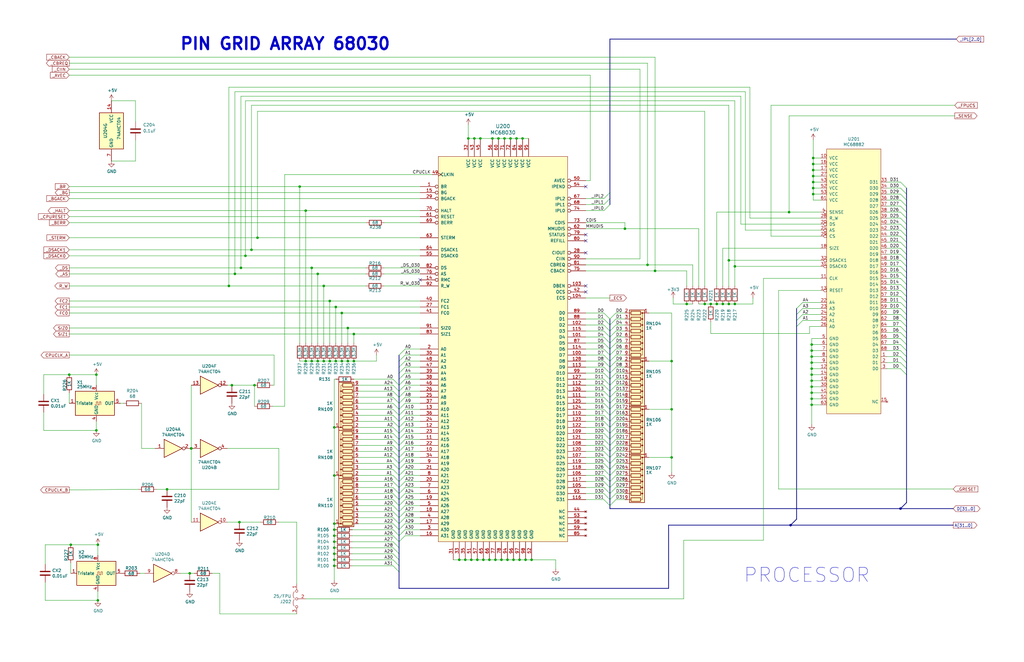
<source format=kicad_sch>
(kicad_sch (version 20211123) (generator eeschema)
  (paper "B")
  (title_block (title "Amiga N2630") (date "2023-01-23") (rev "3.0"))
  (junction (at 342.9 71.755))
  (junction (at 224.155 236.22))
  (junction (at 342.265 150.495))
  (junction (at 379.73 214.63))
  (junction (at 307.34 128.27))
  (junction (at 41.275 253.365))
  (junction (at 80.645 189.2554))
  (junction (at 80.645 189.23))
  (junction (at 140.97 228.6))
  (junction (at 342.9 79.375))
  (junction (at 146.685 152.4))
  (junction (at 139.065 127))
  (junction (at 29.21 158.115))
  (junction (at 140.97 223.52))
  (junction (at 140.97 180.34))
  (junction (at 342.265 165.735))
  (junction (at 342.265 155.575))
  (junction (at 208.915 236.22))
  (junction (at 80.01 241.935))
  (junction (at 139.065 152.4))
  (junction (at 213.995 236.22))
  (junction (at 140.97 226.06))
  (junction (at 133.985 115.57))
  (junction (at 276.225 114.3))
  (junction (at 198.755 236.22))
  (junction (at 342.9 76.835))
  (junction (at 283.21 193.04))
  (junction (at 211.455 236.22))
  (junction (at 307.34 109.855))
  (junction (at 141.605 152.4))
  (junction (at 141.605 129.54))
  (junction (at 299.72 128.27))
  (junction (at 136.525 152.4))
  (junction (at 309.88 128.27))
  (junction (at 140.97 238.76))
  (junction (at 219.075 236.22))
  (junction (at 333.375 221.615))
  (junction (at 202.565 58.42))
  (junction (at 144.145 152.4))
  (junction (at 101.6 113.03))
  (junction (at 309.88 112.395))
  (junction (at 203.835 236.22))
  (junction (at 131.445 152.4))
  (junction (at 342.9 69.215))
  (junction (at 131.445 113.03))
  (junction (at 100.965 220.345))
  (junction (at 99.06 115.57))
  (junction (at 332.74 89.535))
  (junction (at 342.265 168.275))
  (junction (at 342.9 74.295))
  (junction (at 217.805 58.42))
  (junction (at 283.21 152.4))
  (junction (at 140.97 233.68))
  (junction (at 29.845 229.87))
  (junction (at 106.045 105.41))
  (junction (at 108.585 100.33))
  (junction (at 342.265 153.035))
  (junction (at 140.97 200.66))
  (junction (at 144.145 132.08))
  (junction (at 149.225 152.4))
  (junction (at 126.365 78.74))
  (junction (at 96.52 120.65))
  (junction (at 97.79 162.56))
  (junction (at 342.9 66.675))
  (junction (at 342.265 160.655))
  (junction (at 140.97 220.98))
  (junction (at 283.21 172.72))
  (junction (at 212.725 58.42))
  (junction (at 263.525 96.52))
  (junction (at 201.295 236.22))
  (junction (at 302.26 128.27))
  (junction (at 149.225 140.97))
  (junction (at 342.265 147.955))
  (junction (at 289.56 128.27))
  (junction (at 140.97 231.14))
  (junction (at 107.315 162.56))
  (junction (at 41.275 229.87))
  (junction (at 215.265 58.42))
  (junction (at 40.64 181.61))
  (junction (at 40.64 158.115))
  (junction (at 146.685 138.43))
  (junction (at 103.505 107.95))
  (junction (at 206.375 236.22))
  (junction (at 304.8 128.27))
  (junction (at 128.905 88.9))
  (junction (at 197.485 58.42))
  (junction (at 221.615 236.22))
  (junction (at 196.215 236.22))
  (junction (at 220.345 58.42))
  (junction (at 216.535 236.22))
  (junction (at 342.265 170.815))
  (junction (at 193.675 236.22))
  (junction (at 140.97 236.22))
  (junction (at 342.9 81.915))
  (junction (at 207.645 58.42))
  (junction (at 70.4342 206.4766))
  (junction (at 342.265 145.415))
  (junction (at 342.265 158.115))
  (junction (at 210.185 58.42))
  (junction (at 200.025 58.42))
  (junction (at 297.18 128.27))
  (junction (at 128.905 152.4))
  (junction (at 342.265 163.195))
  (junction (at 136.525 120.65))
  (junction (at 133.985 152.4))
  (junction (at 273.05 111.76))
  (no_connect (at 247.015 120.65))
  (no_connect (at 247.015 123.19))
  (no_connect (at 247.015 101.6))
  (no_connect (at 247.015 106.68))
  (no_connect (at 247.015 78.74))
  (no_connect (at 247.015 99.06))
  (no_connect (at 177.165 118.11))
  (bus_entry (at 259.715 172.72) (size -2.54 2.54))
  (bus_entry (at 170.815 170.18) (size -2.54 2.54))
  (bus_entry (at 379.73 155.575) (size 2.54 2.54))
  (bus_entry (at 338.455 135.255) (size -2.54 2.54))
  (bus_entry (at 254.635 149.86) (size 2.54 2.54))
  (bus_entry (at 165.735 160.02) (size 2.54 2.54))
  (bus_entry (at 165.735 208.28) (size 2.54 2.54))
  (bus_entry (at 170.815 147.32) (size -2.54 2.54))
  (bus_entry (at 165.735 218.44) (size 2.54 2.54))
  (bus_entry (at 338.455 132.715) (size -2.54 2.54))
  (bus_entry (at 170.815 162.56) (size -2.54 2.54))
  (bus_entry (at 170.815 152.4) (size -2.54 2.54))
  (bus_entry (at 259.715 177.8) (size -2.54 2.54))
  (bus_entry (at 254.635 190.5) (size 2.54 2.54))
  (bus_entry (at 259.715 203.2) (size -2.54 2.54))
  (bus_entry (at 170.815 177.8) (size -2.54 2.54))
  (bus_entry (at 259.715 132.08) (size -2.54 2.54))
  (bus_entry (at 254.635 195.58) (size 2.54 2.54))
  (bus_entry (at 170.815 187.96) (size -2.54 2.54))
  (bus_entry (at 259.715 193.04) (size -2.54 2.54))
  (bus_entry (at 254.635 147.32) (size 2.54 2.54))
  (bus_entry (at 165.735 226.06) (size 2.54 2.54))
  (bus_entry (at 165.735 177.8) (size 2.54 2.54))
  (bus_entry (at 259.715 182.88) (size -2.54 2.54))
  (bus_entry (at 170.815 198.12) (size -2.54 2.54))
  (bus_entry (at 259.715 198.12) (size -2.54 2.54))
  (bus_entry (at 170.815 213.36) (size -2.54 2.54))
  (bus_entry (at 170.815 157.48) (size -2.54 2.54))
  (bus_entry (at 165.735 167.64) (size 2.54 2.54))
  (bus_entry (at 254.635 160.02) (size 2.54 2.54))
  (bus_entry (at 254.635 182.88) (size 2.54 2.54))
  (bus_entry (at 379.73 114.935) (size 2.54 2.54))
  (bus_entry (at 170.815 195.58) (size -2.54 2.54))
  (bus_entry (at 165.735 162.56) (size 2.54 2.54))
  (bus_entry (at 170.815 208.28) (size -2.54 2.54))
  (bus_entry (at 165.735 231.14) (size 2.54 2.54))
  (bus_entry (at 379.73 142.875) (size 2.54 2.54))
  (bus_entry (at 379.73 97.155) (size 2.54 2.54))
  (bus_entry (at 379.73 89.535) (size 2.54 2.54))
  (bus_entry (at 165.735 223.52) (size 2.54 2.54))
  (bus_entry (at 379.73 127.635) (size 2.54 2.54))
  (bus_entry (at 259.715 190.5) (size -2.54 2.54))
  (bus_entry (at 254.635 170.18) (size 2.54 2.54))
  (bus_entry (at 259.715 147.32) (size -2.54 2.54))
  (bus_entry (at 259.715 154.94) (size -2.54 2.54))
  (bus_entry (at 170.815 215.9) (size -2.54 2.54))
  (bus_entry (at 165.735 170.18) (size 2.54 2.54))
  (bus_entry (at 379.73 84.455) (size 2.54 2.54))
  (bus_entry (at 170.815 205.74) (size -2.54 2.54))
  (bus_entry (at 379.73 137.795) (size 2.54 2.54))
  (bus_entry (at 170.815 154.94) (size -2.54 2.54))
  (bus_entry (at 254.635 142.24) (size 2.54 2.54))
  (bus_entry (at 254.635 172.72) (size 2.54 2.54))
  (bus_entry (at 165.735 220.98) (size 2.54 2.54))
  (bus_entry (at 379.73 76.835) (size 2.54 2.54))
  (bus_entry (at 259.715 205.74) (size -2.54 2.54))
  (bus_entry (at 165.735 190.5) (size 2.54 2.54))
  (bus_entry (at 254.635 177.8) (size 2.54 2.54))
  (bus_entry (at 379.73 150.495) (size 2.54 2.54))
  (bus_entry (at 170.815 200.66) (size -2.54 2.54))
  (bus_entry (at 165.735 228.6) (size 2.54 2.54))
  (bus_entry (at 379.73 132.715) (size 2.54 2.54))
  (bus_entry (at 259.715 208.28) (size -2.54 2.54))
  (bus_entry (at 170.815 226.06) (size -2.54 2.54))
  (bus_entry (at 379.73 92.075) (size 2.54 2.54))
  (bus_entry (at 165.735 210.82) (size 2.54 2.54))
  (bus_entry (at 379.73 120.015) (size 2.54 2.54))
  (bus_entry (at 165.735 165.1) (size 2.54 2.54))
  (bus_entry (at 170.815 185.42) (size -2.54 2.54))
  (bus_entry (at 170.815 210.82) (size -2.54 2.54))
  (bus_entry (at 254.635 152.4) (size 2.54 2.54))
  (bus_entry (at 259.715 195.58) (size -2.54 2.54))
  (bus_entry (at 254.635 185.42) (size 2.54 2.54))
  (bus_entry (at 379.73 117.475) (size 2.54 2.54))
  (bus_entry (at 259.715 144.78) (size -2.54 2.54))
  (bus_entry (at 165.735 187.96) (size 2.54 2.54))
  (bus_entry (at 379.73 86.995) (size 2.54 2.54))
  (bus_entry (at 254.635 137.16) (size 2.54 2.54))
  (bus_entry (at 165.735 180.34) (size 2.54 2.54))
  (bus_entry (at 165.735 172.72) (size 2.54 2.54))
  (bus_entry (at 254.635 88.9) (size 2.54 -2.54))
  (bus_entry (at 165.735 185.42) (size 2.54 2.54))
  (bus_entry (at 170.815 218.44) (size -2.54 2.54))
  (bus_entry (at 254.635 157.48) (size 2.54 2.54))
  (bus_entry (at 170.815 149.86) (size -2.54 2.54))
  (bus_entry (at 259.715 185.42) (size -2.54 2.54))
  (bus_entry (at 254.635 165.1) (size 2.54 2.54))
  (bus_entry (at 254.635 187.96) (size 2.54 2.54))
  (bus_entry (at 379.73 81.915) (size 2.54 2.54))
  (bus_entry (at 259.715 152.4) (size -2.54 2.54))
  (bus_entry (at 379.73 107.315) (size 2.54 2.54))
  (bus_entry (at 259.715 200.66) (size -2.54 2.54))
  (bus_entry (at 379.73 104.775) (size 2.54 2.54))
  (bus_entry (at 379.73 99.695) (size 2.54 2.54))
  (bus_entry (at 254.635 167.64) (size 2.54 2.54))
  (bus_entry (at 254.635 175.26) (size 2.54 2.54))
  (bus_entry (at 170.815 172.72) (size -2.54 2.54))
  (bus_entry (at 259.715 139.7) (size -2.54 2.54))
  (bus_entry (at 170.815 175.26) (size -2.54 2.54))
  (bus_entry (at 170.815 165.1) (size -2.54 2.54))
  (bus_entry (at 379.73 102.235) (size 2.54 2.54))
  (bus_entry (at 254.635 83.82) (size 2.54 -2.54))
  (bus_entry (at 259.715 167.64) (size -2.54 2.54))
  (bus_entry (at 254.635 162.56) (size 2.54 2.54))
  (bus_entry (at 379.73 135.255) (size 2.54 2.54))
  (bus_entry (at 170.815 160.02) (size -2.54 2.54))
  (bus_entry (at 254.635 193.04) (size 2.54 2.54))
  (bus_entry (at 165.735 238.76) (size 2.54 2.54))
  (bus_entry (at 165.735 200.66) (size 2.54 2.54))
  (bus_entry (at 379.73 130.175) (size 2.54 2.54))
  (bus_entry (at 165.735 205.74) (size 2.54 2.54))
  (bus_entry (at 170.815 180.34) (size -2.54 2.54))
  (bus_entry (at 259.715 137.16) (size -2.54 2.54))
  (bus_entry (at 170.815 203.2) (size -2.54 2.54))
  (bus_entry (at 254.635 205.74) (size 2.54 2.54))
  (bus_entry (at 379.73 153.035) (size 2.54 2.54))
  (bus_entry (at 254.635 86.36) (size 2.54 -2.54))
  (bus_entry (at 259.715 210.82) (size -2.54 2.54))
  (bus_entry (at 379.73 122.555) (size 2.54 2.54))
  (bus_entry (at 259.715 157.48) (size -2.54 2.54))
  (bus_entry (at 254.635 132.08) (size 2.54 2.54))
  (bus_entry (at 259.715 187.96) (size -2.54 2.54))
  (bus_entry (at 379.73 94.615) (size 2.54 2.54))
  (bus_entry (at 254.635 200.66) (size 2.54 2.54))
  (bus_entry (at 165.735 233.68) (size 2.54 2.54))
  (bus_entry (at 259.715 180.34) (size -2.54 2.54))
  (bus_entry (at 379.73 125.095) (size 2.54 2.54))
  (bus_entry (at 170.815 167.64) (size -2.54 2.54))
  (bus_entry (at 170.815 223.52) (size -2.54 2.54))
  (bus_entry (at 254.635 210.82) (size 2.54 2.54))
  (bus_entry (at 165.735 213.36) (size 2.54 2.54))
  (bus_entry (at 259.715 134.62) (size -2.54 2.54))
  (bus_entry (at 379.73 112.395) (size 2.54 2.54))
  (bus_entry (at 170.815 193.04) (size -2.54 2.54))
  (bus_entry (at 259.715 160.02) (size -2.54 2.54))
  (bus_entry (at 254.635 154.94) (size 2.54 2.54))
  (bus_entry (at 259.715 149.86) (size -2.54 2.54))
  (bus_entry (at 379.73 140.335) (size 2.54 2.54))
  (bus_entry (at 254.635 144.78) (size 2.54 2.54))
  (bus_entry (at 254.635 180.34) (size 2.54 2.54))
  (bus_entry (at 170.815 182.88) (size -2.54 2.54))
  (bus_entry (at 165.735 198.12) (size 2.54 2.54))
  (bus_entry (at 259.715 175.26) (size -2.54 2.54))
  (bus_entry (at 165.735 195.58) (size 2.54 2.54))
  (bus_entry (at 379.73 147.955) (size 2.54 2.54))
  (bus_entry (at 259.715 142.24) (size -2.54 2.54))
  (bus_entry (at 379.73 109.855) (size 2.54 2.54))
  (bus_entry (at 379.73 145.415) (size 2.54 2.54))
  (bus_entry (at 165.735 182.88) (size 2.54 2.54))
  (bus_entry (at 165.735 236.22) (size 2.54 2.54))
  (bus_entry (at 165.735 175.26) (size 2.54 2.54))
  (bus_entry (at 259.715 170.18) (size -2.54 2.54))
  (bus_entry (at 254.635 208.28) (size 2.54 2.54))
  (bus_entry (at 338.455 130.175) (size -2.54 2.54))
  (bus_entry (at 170.815 220.98) (size -2.54 2.54))
  (bus_entry (at 259.715 165.1) (size -2.54 2.54))
  (bus_entry (at 170.815 190.5) (size -2.54 2.54))
  (bus_entry (at 338.455 127.635) (size -2.54 2.54))
  (bus_entry (at 165.735 193.04) (size 2.54 2.54))
  (bus_entry (at 254.635 134.62) (size 2.54 2.54))
  (bus_entry (at 259.715 162.56) (size -2.54 2.54))
  (bus_entry (at 379.73 79.375) (size 2.54 2.54))
  (bus_entry (at 165.735 215.9) (size 2.54 2.54))
  (bus_entry (at 254.635 139.7) (size 2.54 2.54))
  (bus_entry (at 165.735 203.2) (size 2.54 2.54))
  (bus_entry (at 254.635 198.12) (size 2.54 2.54))
  (bus_entry (at 254.635 203.2) (size 2.54 2.54))
  (wire (pts (xy 247.015 180.34) (xy 254.635 180.34)))
  (bus (pts (xy 257.175 190.5) (xy 257.175 193.04)))
  (wire (pts (xy 374.015 102.235) (xy 379.73 102.235)))
  (wire (pts (xy 309.88 42.545) (xy 103.505 42.545)))
  (wire (pts (xy 342.265 150.495) (xy 342.265 153.035)))
  (wire (pts (xy 247.015 88.9) (xy 254.635 88.9)))
  (wire (pts (xy 125.095 246.38) (xy 125.095 220.345)))
  (bus (pts (xy 382.27 153.035) (xy 382.27 155.575)))
  (wire (pts (xy 151.13 205.74) (xy 165.735 205.74)))
  (wire (pts (xy 151.13 165.1) (xy 165.735 165.1)))
  (wire (pts (xy 140.97 231.14) (xy 140.97 233.68)))
  (wire (pts (xy 200.025 58.42) (xy 197.485 58.42)))
  (wire (pts (xy 92.71 241.935) (xy 89.535 241.935)))
  (bus (pts (xy 382.27 92.075) (xy 382.27 94.615)))
  (bus (pts (xy 168.275 210.82) (xy 168.275 213.36)))
  (wire (pts (xy 342.265 170.815) (xy 342.265 179.07)))
  (wire (pts (xy 177.165 165.1) (xy 170.815 165.1)))
  (wire (pts (xy 269.875 109.22) (xy 269.875 29.21)))
  (wire (pts (xy 177.165 162.56) (xy 170.815 162.56)))
  (wire (pts (xy 374.015 76.835) (xy 379.73 76.835)))
  (bus (pts (xy 257.175 175.26) (xy 257.175 177.8)))
  (wire (pts (xy 216.535 236.22) (xy 219.075 236.22)))
  (wire (pts (xy 247.015 93.98) (xy 263.525 93.98)))
  (wire (pts (xy 259.715 162.56) (xy 263.525 162.56)))
  (bus (pts (xy 257.175 139.7) (xy 257.175 142.24)))
  (bus (pts (xy 382.27 120.015) (xy 382.27 122.555)))
  (bus (pts (xy 335.915 135.255) (xy 335.915 137.795)))
  (wire (pts (xy 304.8 104.775) (xy 346.075 104.775)))
  (wire (pts (xy 273.685 172.72) (xy 283.21 172.72)))
  (wire (pts (xy 193.675 236.22) (xy 196.215 236.22)))
  (wire (pts (xy 149.225 152.4) (xy 158.75 152.4)))
  (wire (pts (xy 151.13 198.12) (xy 165.735 198.12)))
  (wire (pts (xy 211.455 236.22) (xy 213.995 236.22)))
  (wire (pts (xy 151.13 190.5) (xy 165.735 190.5)))
  (wire (pts (xy 346.075 165.735) (xy 342.265 165.735)))
  (bus (pts (xy 382.27 86.995) (xy 382.27 89.535)))
  (wire (pts (xy 177.165 175.26) (xy 170.815 175.26)))
  (wire (pts (xy 346.075 99.695) (xy 325.12 99.695)))
  (wire (pts (xy 297.18 120.65) (xy 297.18 46.99)))
  (bus (pts (xy 257.175 152.4) (xy 257.175 154.94)))
  (bus (pts (xy 168.275 187.96) (xy 168.275 190.5)))
  (wire (pts (xy 177.165 120.65) (xy 161.925 120.65)))
  (wire (pts (xy 125.095 220.345) (xy 117.475 220.345)))
  (wire (pts (xy 177.165 190.5) (xy 170.815 190.5)))
  (bus (pts (xy 168.275 233.68) (xy 168.275 236.22)))
  (bus (pts (xy 257.175 16.51) (xy 257.175 81.28)))
  (wire (pts (xy 177.165 215.9) (xy 170.815 215.9)))
  (bus (pts (xy 168.275 220.98) (xy 168.275 223.52)))
  (bus (pts (xy 257.175 172.72) (xy 257.175 175.26)))
  (wire (pts (xy 140.97 236.22) (xy 140.97 238.76)))
  (bus (pts (xy 168.275 154.94) (xy 168.275 157.48)))
  (wire (pts (xy 177.165 223.52) (xy 170.815 223.52)))
  (wire (pts (xy 125.095 259.08) (xy 92.71 259.08)))
  (wire (pts (xy 374.015 112.395) (xy 379.73 112.395)))
  (wire (pts (xy 346.075 150.495) (xy 342.265 150.495)))
  (bus (pts (xy 168.275 149.86) (xy 168.275 152.4)))
  (bus (pts (xy 168.275 195.58) (xy 168.275 198.12)))
  (wire (pts (xy 196.215 236.22) (xy 198.755 236.22)))
  (wire (pts (xy 177.165 93.98) (xy 162.052 93.98)))
  (wire (pts (xy 247.015 142.24) (xy 254.635 142.24)))
  (wire (pts (xy 283.21 152.4) (xy 283.21 132.08)))
  (bus (pts (xy 382.27 140.335) (xy 382.27 142.875)))
  (wire (pts (xy 346.075 71.755) (xy 342.9 71.755)))
  (bus (pts (xy 257.175 147.32) (xy 257.175 149.86)))
  (wire (pts (xy 99.06 38.735) (xy 99.06 115.57)))
  (wire (pts (xy 177.165 198.12) (xy 170.815 198.12)))
  (wire (pts (xy 80.645 189.23) (xy 80.645 189.2554)))
  (wire (pts (xy 259.715 152.4) (xy 263.525 152.4)))
  (wire (pts (xy 374.015 147.955) (xy 379.73 147.955)))
  (wire (pts (xy 307.34 109.855) (xy 307.34 44.45)))
  (wire (pts (xy 177.165 170.18) (xy 170.815 170.18)))
  (wire (pts (xy 307.34 120.65) (xy 307.34 109.855)))
  (wire (pts (xy 220.345 58.42) (xy 217.805 58.42)))
  (bus (pts (xy 382.27 132.715) (xy 382.27 135.255)))
  (wire (pts (xy 198.755 236.22) (xy 201.295 236.22)))
  (wire (pts (xy 263.525 175.26) (xy 259.715 175.26)))
  (wire (pts (xy 80.645 162.56) (xy 80.645 189.23)))
  (wire (pts (xy 18.415 173.99) (xy 18.415 181.61)))
  (bus (pts (xy 168.275 167.64) (xy 168.275 170.18)))
  (wire (pts (xy 316.23 36.83) (xy 96.52 36.83)))
  (wire (pts (xy 117.602 189.2554) (xy 117.602 206.4766)))
  (bus (pts (xy 382.27 155.575) (xy 382.27 158.115)))
  (wire (pts (xy 263.525 142.24) (xy 259.715 142.24)))
  (wire (pts (xy 346.075 79.375) (xy 342.9 79.375)))
  (wire (pts (xy 263.525 193.04) (xy 259.715 193.04)))
  (wire (pts (xy 126.365 78.74) (xy 126.365 144.78)))
  (wire (pts (xy 247.015 152.4) (xy 254.635 152.4)))
  (bus (pts (xy 257.175 177.8) (xy 257.175 180.34)))
  (wire (pts (xy 177.165 78.74) (xy 126.365 78.74)))
  (wire (pts (xy 247.015 203.2) (xy 254.635 203.2)))
  (wire (pts (xy 316.23 92.075) (xy 316.23 36.83)))
  (wire (pts (xy 346.075 122.555) (xy 328.295 122.555)))
  (wire (pts (xy 247.015 200.66) (xy 254.635 200.66)))
  (wire (pts (xy 304.8 104.775) (xy 304.8 120.65)))
  (wire (pts (xy 213.995 236.22) (xy 216.535 236.22)))
  (wire (pts (xy 346.075 117.475) (xy 321.945 117.475)))
  (wire (pts (xy 128.905 88.9) (xy 29.21 88.9)))
  (wire (pts (xy 95.885 220.345) (xy 100.965 220.345)))
  (wire (pts (xy 374.015 153.035) (xy 379.73 153.035)))
  (wire (pts (xy 29.21 140.97) (xy 149.225 140.97)))
  (wire (pts (xy 374.015 150.495) (xy 379.73 150.495)))
  (wire (pts (xy 146.685 152.4) (xy 149.225 152.4)))
  (bus (pts (xy 168.275 215.9) (xy 168.275 218.44)))
  (wire (pts (xy 148.59 236.22) (xy 165.735 236.22)))
  (wire (pts (xy 342.265 160.655) (xy 342.265 163.195)))
  (wire (pts (xy 158.75 152.4) (xy 158.75 149.86)))
  (wire (pts (xy 101.6 113.03) (xy 29.21 113.03)))
  (wire (pts (xy 29.845 229.87) (xy 41.275 229.87)))
  (wire (pts (xy 177.165 177.8) (xy 170.815 177.8)))
  (wire (pts (xy 374.015 92.075) (xy 379.73 92.075)))
  (wire (pts (xy 40.64 162.56) (xy 40.64 158.115)))
  (wire (pts (xy 374.015 84.455) (xy 379.73 84.455)))
  (wire (pts (xy 374.015 135.255) (xy 379.73 135.255)))
  (wire (pts (xy 247.015 83.82) (xy 254.635 83.82)))
  (bus (pts (xy 382.27 84.455) (xy 382.27 86.995)))
  (bus (pts (xy 335.915 219.075) (xy 333.375 221.615)))
  (wire (pts (xy 374.015 79.375) (xy 379.73 79.375)))
  (wire (pts (xy 151.13 213.36) (xy 165.735 213.36)))
  (bus (pts (xy 168.275 198.12) (xy 168.275 200.66)))
  (wire (pts (xy 177.165 226.06) (xy 170.815 226.06)))
  (wire (pts (xy 307.34 128.27) (xy 309.88 128.27)))
  (wire (pts (xy 29.21 170.18) (xy 29.21 165.735)))
  (wire (pts (xy 247.015 170.18) (xy 254.635 170.18)))
  (wire (pts (xy 120.015 73.66) (xy 120.015 171.45)))
  (wire (pts (xy 374.015 155.575) (xy 379.73 155.575)))
  (wire (pts (xy 374.015 142.875) (xy 379.73 142.875)))
  (wire (pts (xy 95.885 189.2554) (xy 117.602 189.2554)))
  (wire (pts (xy 139.065 144.78) (xy 139.065 127)))
  (wire (pts (xy 114.935 162.56) (xy 115.57 162.56)))
  (bus (pts (xy 257.175 81.28) (xy 257.175 83.82)))
  (bus (pts (xy 257.175 160.02) (xy 257.175 162.56)))
  (bus (pts (xy 382.27 102.235) (xy 382.27 104.775)))
  (wire (pts (xy 57.15 42.545) (xy 57.15 51.435)))
  (wire (pts (xy 297.18 128.27) (xy 299.72 128.27)))
  (wire (pts (xy 321.945 227.965) (xy 288.29 227.965)))
  (wire (pts (xy 342.9 71.755) (xy 342.9 69.215)))
  (wire (pts (xy 29.21 24.13) (xy 276.225 24.13)))
  (wire (pts (xy 374.015 89.535) (xy 379.73 89.535)))
  (wire (pts (xy 29.21 158.115) (xy 40.64 158.115)))
  (wire (pts (xy 346.075 66.675) (xy 342.9 66.675)))
  (wire (pts (xy 210.185 58.42) (xy 207.645 58.42)))
  (wire (pts (xy 247.015 172.72) (xy 254.635 172.72)))
  (wire (pts (xy 219.075 236.22) (xy 221.615 236.22)))
  (wire (pts (xy 19.05 229.87) (xy 29.845 229.87)))
  (bus (pts (xy 382.27 81.915) (xy 382.27 84.455)))
  (wire (pts (xy 325.12 99.695) (xy 325.12 44.45)))
  (wire (pts (xy 317.5 128.27) (xy 317.5 125.73)))
  (bus (pts (xy 382.27 112.395) (xy 382.27 114.935)))
  (wire (pts (xy 294.64 128.27) (xy 297.18 128.27)))
  (wire (pts (xy 247.015 86.36) (xy 254.635 86.36)))
  (bus (pts (xy 382.27 97.155) (xy 382.27 99.695)))
  (wire (pts (xy 148.59 238.76) (xy 165.735 238.76)))
  (wire (pts (xy 247.015 208.28) (xy 254.635 208.28)))
  (bus (pts (xy 168.275 180.34) (xy 168.275 182.88)))
  (wire (pts (xy 328.295 206.375) (xy 401.955 206.375)))
  (bus (pts (xy 257.175 154.94) (xy 257.175 157.48)))
  (wire (pts (xy 374.015 94.615) (xy 379.73 94.615)))
  (wire (pts (xy 99.06 115.57) (xy 133.985 115.57)))
  (wire (pts (xy 177.165 157.48) (xy 170.815 157.48)))
  (wire (pts (xy 314.325 97.155) (xy 346.075 97.155)))
  (wire (pts (xy 191.135 236.22) (xy 193.675 236.22)))
  (wire (pts (xy 374.015 130.175) (xy 379.73 130.175)))
  (wire (pts (xy 80.645 189.2554) (xy 80.645 220.345)))
  (wire (pts (xy 224.155 236.22) (xy 234.315 236.22)))
  (wire (pts (xy 177.165 147.32) (xy 170.815 147.32)))
  (wire (pts (xy 115.57 162.56) (xy 115.57 149.86)))
  (wire (pts (xy 292.1 120.65) (xy 292.1 111.76)))
  (wire (pts (xy 52.07 170.18) (xy 50.8 170.18)))
  (wire (pts (xy 177.165 218.44) (xy 170.815 218.44)))
  (wire (pts (xy 342.265 163.195) (xy 342.265 165.735)))
  (wire (pts (xy 247.015 198.12) (xy 254.635 198.12)))
  (wire (pts (xy 325.12 44.45) (xy 402.59 44.45)))
  (wire (pts (xy 101.6 113.03) (xy 101.6 40.64)))
  (bus (pts (xy 382.27 135.255) (xy 382.27 137.795)))
  (wire (pts (xy 259.715 195.58) (xy 263.525 195.58)))
  (wire (pts (xy 154.432 93.98) (xy 29.21 93.98)))
  (wire (pts (xy 332.74 89.535) (xy 332.74 48.895)))
  (wire (pts (xy 259.715 167.64) (xy 263.525 167.64)))
  (wire (pts (xy 151.13 187.96) (xy 165.735 187.96)))
  (wire (pts (xy 177.165 210.82) (xy 170.815 210.82)))
  (wire (pts (xy 273.685 193.04) (xy 283.21 193.04)))
  (bus (pts (xy 168.275 203.2) (xy 168.275 205.74)))
  (wire (pts (xy 312.42 40.64) (xy 312.42 94.615)))
  (bus (pts (xy 257.175 162.56) (xy 257.175 165.1)))
  (wire (pts (xy 247.015 144.78) (xy 254.635 144.78)))
  (wire (pts (xy 108.585 100.33) (xy 29.21 100.33)))
  (wire (pts (xy 374.015 99.695) (xy 379.73 99.695)))
  (wire (pts (xy 140.97 220.98) (xy 140.97 223.52)))
  (wire (pts (xy 341.376 137.795) (xy 341.376 140.716)))
  (wire (pts (xy 177.165 213.36) (xy 170.815 213.36)))
  (wire (pts (xy 309.88 128.27) (xy 317.5 128.27)))
  (wire (pts (xy 259.715 149.86) (xy 263.525 149.86)))
  (bus (pts (xy 382.27 79.375) (xy 382.27 81.915)))
  (wire (pts (xy 221.615 236.22) (xy 224.155 236.22)))
  (wire (pts (xy 263.525 185.42) (xy 259.715 185.42)))
  (wire (pts (xy 177.165 185.42) (xy 170.815 185.42)))
  (wire (pts (xy 269.875 29.21) (xy 29.21 29.21)))
  (bus (pts (xy 168.275 248.285) (xy 281.94 248.285)))
  (wire (pts (xy 374.015 122.555) (xy 379.73 122.555)))
  (wire (pts (xy 263.525 154.94) (xy 259.715 154.94)))
  (wire (pts (xy 346.075 135.255) (xy 338.455 135.255)))
  (wire (pts (xy 144.145 132.08) (xy 29.21 132.08)))
  (wire (pts (xy 346.075 84.455) (xy 342.9 84.455)))
  (wire (pts (xy 217.805 58.42) (xy 215.265 58.42)))
  (wire (pts (xy 114.935 171.45) (xy 120.015 171.45)))
  (bus (pts (xy 257.175 187.96) (xy 257.175 190.5)))
  (wire (pts (xy 263.525 180.34) (xy 259.715 180.34)))
  (wire (pts (xy 259.715 200.66) (xy 263.525 200.66)))
  (wire (pts (xy 151.13 218.44) (xy 165.735 218.44)))
  (wire (pts (xy 177.165 182.88) (xy 170.815 182.88)))
  (wire (pts (xy 177.165 172.72) (xy 170.815 172.72)))
  (wire (pts (xy 106.045 44.45) (xy 106.045 105.41)))
  (wire (pts (xy 177.165 81.28) (xy 29.21 81.28)))
  (wire (pts (xy 29.845 241.935) (xy 29.845 237.49)))
  (wire (pts (xy 126.365 152.4) (xy 128.905 152.4)))
  (wire (pts (xy 177.165 149.86) (xy 170.815 149.86)))
  (wire (pts (xy 309.88 112.395) (xy 309.88 42.545)))
  (wire (pts (xy 149.225 140.97) (xy 177.165 140.97)))
  (wire (pts (xy 19.05 245.745) (xy 19.05 253.365)))
  (wire (pts (xy 316.23 92.075) (xy 346.075 92.075)))
  (wire (pts (xy 247.015 195.58) (xy 254.635 195.58)))
  (wire (pts (xy 302.26 89.535) (xy 332.74 89.535)))
  (wire (pts (xy 140.97 238.76) (xy 140.97 244.856)))
  (bus (pts (xy 168.275 160.02) (xy 168.275 162.56)))
  (wire (pts (xy 128.905 88.9) (xy 128.905 144.78)))
  (wire (pts (xy 342.265 147.955) (xy 342.265 150.495)))
  (bus (pts (xy 257.175 205.74) (xy 257.175 208.28)))
  (wire (pts (xy 247.015 165.1) (xy 254.635 165.1)))
  (bus (pts (xy 382.27 117.475) (xy 382.27 120.015)))
  (wire (pts (xy 103.505 42.545) (xy 103.505 107.95)))
  (wire (pts (xy 263.525 203.2) (xy 259.715 203.2)))
  (wire (pts (xy 29.21 91.44) (xy 177.165 91.44)))
  (wire (pts (xy 222.885 58.42) (xy 220.345 58.42)))
  (bus (pts (xy 168.275 218.44) (xy 168.275 220.98)))
  (wire (pts (xy 140.97 160.02) (xy 141.605 160.02)))
  (wire (pts (xy 247.015 210.82) (xy 254.635 210.82)))
  (bus (pts (xy 382.27 147.955) (xy 382.27 150.495)))
  (wire (pts (xy 346.075 69.215) (xy 342.9 69.215)))
  (wire (pts (xy 140.97 200.66) (xy 140.97 180.34)))
  (bus (pts (xy 382.27 125.095) (xy 382.27 127.635)))
  (bus (pts (xy 168.275 231.14) (xy 168.275 233.68)))
  (wire (pts (xy 29.21 115.57) (xy 99.06 115.57)))
  (wire (pts (xy 247.015 187.96) (xy 254.635 187.96)))
  (bus (pts (xy 168.275 205.74) (xy 168.275 208.28)))
  (wire (pts (xy 107.315 162.56) (xy 107.315 171.45)))
  (wire (pts (xy 177.165 107.95) (xy 103.505 107.95)))
  (bus (pts (xy 257.175 142.24) (xy 257.175 144.78)))
  (wire (pts (xy 263.525 96.52) (xy 263.525 93.98)))
  (wire (pts (xy 151.13 220.98) (xy 165.735 220.98)))
  (wire (pts (xy 151.13 172.72) (xy 165.735 172.72)))
  (wire (pts (xy 247.015 154.94) (xy 254.635 154.94)))
  (wire (pts (xy 263.525 165.1) (xy 259.715 165.1)))
  (wire (pts (xy 321.945 117.475) (xy 321.945 227.965)))
  (wire (pts (xy 342.9 81.915) (xy 342.9 79.375)))
  (wire (pts (xy 342.9 74.295) (xy 342.9 71.755)))
  (wire (pts (xy 139.065 127) (xy 177.165 127)))
  (wire (pts (xy 201.295 236.22) (xy 203.835 236.22)))
  (wire (pts (xy 126.365 78.74) (xy 29.21 78.74)))
  (wire (pts (xy 128.905 152.4) (xy 131.445 152.4)))
  (wire (pts (xy 151.13 215.9) (xy 165.735 215.9)))
  (wire (pts (xy 146.685 138.43) (xy 29.21 138.43)))
  (wire (pts (xy 374.015 81.915) (xy 379.73 81.915)))
  (wire (pts (xy 151.13 185.42) (xy 165.735 185.42)))
  (wire (pts (xy 346.075 130.175) (xy 338.455 130.175)))
  (wire (pts (xy 177.165 154.94) (xy 170.815 154.94)))
  (bus (pts (xy 168.275 228.6) (xy 168.275 231.14)))
  (wire (pts (xy 144.145 144.78) (xy 144.145 132.08)))
  (wire (pts (xy 131.445 152.4) (xy 133.985 152.4)))
  (bus (pts (xy 257.175 149.86) (xy 257.175 152.4)))
  (wire (pts (xy 374.015 109.855) (xy 379.73 109.855)))
  (wire (pts (xy 263.525 170.18) (xy 259.715 170.18)))
  (wire (pts (xy 151.13 162.56) (xy 165.735 162.56)))
  (wire (pts (xy 18.415 166.37) (xy 18.415 158.115)))
  (wire (pts (xy 374.015 120.015) (xy 379.73 120.015)))
  (wire (pts (xy 148.59 228.6) (xy 165.735 228.6)))
  (wire (pts (xy 341.376 137.795) (xy 346.075 137.795)))
  (wire (pts (xy 247.015 157.48) (xy 254.635 157.48)))
  (wire (pts (xy 177.165 88.9) (xy 128.905 88.9)))
  (bus (pts (xy 168.275 208.28) (xy 168.275 210.82)))
  (wire (pts (xy 140.97 180.34) (xy 140.97 160.02)))
  (bus (pts (xy 382.27 114.935) (xy 382.27 117.475)))
  (bus (pts (xy 257.175 83.82) (xy 257.175 86.36)))
  (wire (pts (xy 144.145 132.08) (xy 177.165 132.08)))
  (bus (pts (xy 257.175 185.42) (xy 257.175 187.96)))
  (bus (pts (xy 168.275 175.26) (xy 168.275 177.8)))
  (bus (pts (xy 281.94 221.615) (xy 333.375 221.615)))
  (bus (pts (xy 168.275 182.88) (xy 168.275 185.42)))
  (wire (pts (xy 141.605 129.54) (xy 29.21 129.54)))
  (wire (pts (xy 177.165 203.2) (xy 170.815 203.2)))
  (wire (pts (xy 57.15 42.545) (xy 46.99 42.545)))
  (wire (pts (xy 247.015 185.42) (xy 254.635 185.42)))
  (wire (pts (xy 139.065 152.4) (xy 141.605 152.4)))
  (bus (pts (xy 257.175 165.1) (xy 257.175 167.64)))
  (wire (pts (xy 133.985 115.57) (xy 154.305 115.57)))
  (bus (pts (xy 257.175 180.34) (xy 257.175 182.88)))
  (bus (pts (xy 382.27 109.855) (xy 382.27 112.395)))
  (bus (pts (xy 168.275 172.72) (xy 168.275 175.26)))
  (wire (pts (xy 259.715 144.78) (xy 263.525 144.78)))
  (wire (pts (xy 247.015 137.16) (xy 254.635 137.16)))
  (bus (pts (xy 382.27 107.315) (xy 382.27 109.855)))
  (wire (pts (xy 133.985 144.78) (xy 133.985 115.57)))
  (wire (pts (xy 151.13 210.82) (xy 165.735 210.82)))
  (wire (pts (xy 374.015 107.315) (xy 379.73 107.315)))
  (wire (pts (xy 107.315 162.56) (xy 97.79 162.56)))
  (bus (pts (xy 257.175 203.2) (xy 257.175 205.74)))
  (wire (pts (xy 299.72 128.27) (xy 302.26 128.27)))
  (wire (pts (xy 151.13 193.04) (xy 165.735 193.04)))
  (wire (pts (xy 95.885 162.56) (xy 97.79 162.56)))
  (wire (pts (xy 342.9 69.215) (xy 342.9 66.675)))
  (wire (pts (xy 374.015 145.415) (xy 379.73 145.415)))
  (wire (pts (xy 136.525 152.4) (xy 139.065 152.4)))
  (wire (pts (xy 346.075 127.635) (xy 338.455 127.635)))
  (wire (pts (xy 46.99 67.945) (xy 57.15 67.945)))
  (bus (pts (xy 168.275 236.22) (xy 168.275 238.76)))
  (wire (pts (xy 263.525 198.12) (xy 259.715 198.12)))
  (wire (pts (xy 294.64 96.52) (xy 294.64 120.65)))
  (wire (pts (xy 18.415 158.115) (xy 29.21 158.115)))
  (wire (pts (xy 263.525 147.32) (xy 259.715 147.32)))
  (bus (pts (xy 257.175 214.63) (xy 379.73 214.63)))
  (wire (pts (xy 247.015 134.62) (xy 254.635 134.62)))
  (wire (pts (xy 177.165 187.96) (xy 170.815 187.96)))
  (wire (pts (xy 283.21 132.08) (xy 273.685 132.08)))
  (wire (pts (xy 136.525 144.78) (xy 136.525 120.65)))
  (wire (pts (xy 247.015 205.74) (xy 254.635 205.74)))
  (wire (pts (xy 41.275 234.315) (xy 41.275 229.87)))
  (wire (pts (xy 19.05 238.125) (xy 19.05 229.87)))
  (wire (pts (xy 177.165 195.58) (xy 170.815 195.58)))
  (wire (pts (xy 374.015 127.635) (xy 379.73 127.635)))
  (wire (pts (xy 151.13 180.34) (xy 165.735 180.34)))
  (wire (pts (xy 263.525 160.02) (xy 259.715 160.02)))
  (wire (pts (xy 374.015 132.715) (xy 379.73 132.715)))
  (wire (pts (xy 247.015 76.2) (xy 248.92 76.2)))
  (wire (pts (xy 177.165 200.66) (xy 170.815 200.66)))
  (wire (pts (xy 342.9 66.675) (xy 342.9 59.055)))
  (wire (pts (xy 177.165 208.28) (xy 170.815 208.28)))
  (wire (pts (xy 149.225 144.78) (xy 149.225 140.97)))
  (wire (pts (xy 247.015 132.08) (xy 254.635 132.08)))
  (wire (pts (xy 374.015 114.935) (xy 379.73 114.935)))
  (wire (pts (xy 65.405 189.23) (xy 59.69 189.23)))
  (bus (pts (xy 382.27 127.635) (xy 382.27 130.175)))
  (bus (pts (xy 168.275 162.56) (xy 168.275 165.1)))
  (bus (pts (xy 257.175 134.62) (xy 257.175 137.16)))
  (wire (pts (xy 177.165 152.4) (xy 170.815 152.4)))
  (wire (pts (xy 108.585 46.99) (xy 297.18 46.99)))
  (wire (pts (xy 140.97 226.06) (xy 140.97 228.6)))
  (bus (pts (xy 281.94 248.285) (xy 281.94 221.615)))
  (wire (pts (xy 346.075 145.415) (xy 342.265 145.415)))
  (wire (pts (xy 276.225 114.3) (xy 276.225 24.13)))
  (bus (pts (xy 168.275 152.4) (xy 168.275 154.94)))
  (wire (pts (xy 182.245 73.66) (xy 120.015 73.66)))
  (wire (pts (xy 81.915 241.935) (xy 80.01 241.935)))
  (wire (pts (xy 202.565 58.42) (xy 207.645 58.42)))
  (bus (pts (xy 382.27 94.615) (xy 382.27 97.155)))
  (wire (pts (xy 273.685 152.4) (xy 283.21 152.4)))
  (wire (pts (xy 259.715 205.74) (xy 263.525 205.74)))
  (wire (pts (xy 346.075 89.535) (xy 332.74 89.535)))
  (bus (pts (xy 382.27 150.495) (xy 382.27 153.035)))
  (bus (pts (xy 382.27 130.175) (xy 382.27 132.715)))
  (wire (pts (xy 140.97 228.6) (xy 140.97 231.14)))
  (wire (pts (xy 288.29 252.73) (xy 128.905 252.73)))
  (wire (pts (xy 299.72 135.89) (xy 299.72 140.716)))
  (wire (pts (xy 302.26 120.65) (xy 302.26 89.535)))
  (wire (pts (xy 273.05 111.76) (xy 292.1 111.76)))
  (wire (pts (xy 346.075 147.955) (xy 342.265 147.955)))
  (wire (pts (xy 289.56 128.27) (xy 292.1 128.27)))
  (wire (pts (xy 151.13 177.8) (xy 165.735 177.8)))
  (bus (pts (xy 257.175 167.64) (xy 257.175 170.18)))
  (bus (pts (xy 168.275 190.5) (xy 168.275 193.04)))
  (wire (pts (xy 177.165 83.82) (xy 29.21 83.82)))
  (wire (pts (xy 259.715 187.96) (xy 263.525 187.96)))
  (wire (pts (xy 177.165 220.98) (xy 170.815 220.98)))
  (wire (pts (xy 342.265 153.035) (xy 342.265 155.575)))
  (wire (pts (xy 259.715 157.48) (xy 263.525 157.48)))
  (wire (pts (xy 346.075 81.915) (xy 342.9 81.915)))
  (wire (pts (xy 374.015 104.775) (xy 379.73 104.775)))
  (bus (pts (xy 168.275 193.04) (xy 168.275 195.58)))
  (bus (pts (xy 257.175 195.58) (xy 257.175 198.12)))
  (wire (pts (xy 202.565 58.42) (xy 200.025 58.42)))
  (wire (pts (xy 103.505 107.95) (xy 29.21 107.95)))
  (wire (pts (xy 247.015 167.64) (xy 254.635 167.64)))
  (bus (pts (xy 257.175 170.18) (xy 257.175 172.72)))
  (wire (pts (xy 276.225 114.3) (xy 289.56 114.3)))
  (wire (pts (xy 177.165 113.03) (xy 161.925 113.03)))
  (wire (pts (xy 203.835 236.22) (xy 206.375 236.22)))
  (wire (pts (xy 148.59 233.68) (xy 165.735 233.68)))
  (bus (pts (xy 257.175 200.66) (xy 257.175 203.2)))
  (wire (pts (xy 177.165 105.41) (xy 106.045 105.41)))
  (wire (pts (xy 57.15 67.945) (xy 57.15 59.055)))
  (wire (pts (xy 247.015 139.7) (xy 254.635 139.7)))
  (wire (pts (xy 247.015 177.8) (xy 254.635 177.8)))
  (wire (pts (xy 29.21 26.67) (xy 273.05 26.67)))
  (wire (pts (xy 139.065 127) (xy 29.21 127)))
  (wire (pts (xy 247.015 109.22) (xy 269.875 109.22)))
  (wire (pts (xy 247.015 190.5) (xy 254.635 190.5)))
  (wire (pts (xy 283.21 193.04) (xy 283.21 199.39)))
  (wire (pts (xy 307.34 44.45) (xy 106.045 44.45)))
  (wire (pts (xy 346.075 76.835) (xy 342.9 76.835)))
  (wire (pts (xy 346.075 168.275) (xy 342.265 168.275)))
  (bus (pts (xy 335.915 132.715) (xy 335.915 135.255)))
  (wire (pts (xy 289.56 128.27) (xy 283.845 128.27)))
  (wire (pts (xy 148.59 231.14) (xy 165.735 231.14)))
  (wire (pts (xy 259.715 172.72) (xy 263.525 172.72)))
  (wire (pts (xy 248.92 31.75) (xy 29.21 31.75)))
  (wire (pts (xy 247.015 182.88) (xy 254.635 182.88)))
  (bus (pts (xy 257.175 157.48) (xy 257.175 160.02)))
  (wire (pts (xy 66.04 206.4766) (xy 70.4342 206.4766)))
  (wire (pts (xy 259.715 134.62) (xy 263.525 134.62)))
  (wire (pts (xy 18.415 181.61) (xy 40.64 181.61)))
  (wire (pts (xy 141.605 152.4) (xy 144.145 152.4)))
  (wire (pts (xy 288.29 227.965) (xy 288.29 252.73)))
  (wire (pts (xy 59.055 241.935) (xy 60.96 241.935)))
  (wire (pts (xy 309.88 120.65) (xy 309.88 112.395)))
  (wire (pts (xy 212.725 58.42) (xy 210.185 58.42)))
  (bus (pts (xy 257.175 208.28) (xy 257.175 210.82)))
  (wire (pts (xy 140.97 223.52) (xy 140.97 226.06)))
  (wire (pts (xy 346.075 74.295) (xy 342.9 74.295)))
  (wire (pts (xy 76.2 241.935) (xy 80.01 241.935)))
  (wire (pts (xy 108.585 100.33) (xy 177.165 100.33)))
  (bus (pts (xy 382.27 145.415) (xy 382.27 147.955)))
  (wire (pts (xy 151.13 203.2) (xy 165.735 203.2)))
  (wire (pts (xy 248.92 76.2) (xy 248.92 31.75)))
  (wire (pts (xy 151.13 175.26) (xy 165.735 175.26)))
  (bus (pts (xy 257.175 137.16) (xy 257.175 139.7)))
  (wire (pts (xy 108.585 100.33) (xy 108.585 46.99)))
  (bus (pts (xy 335.915 130.175) (xy 335.915 132.715)))
  (wire (pts (xy 346.075 155.575) (xy 342.265 155.575)))
  (bus (pts (xy 257.175 210.82) (xy 257.175 213.36)))
  (wire (pts (xy 151.13 200.66) (xy 165.735 200.66)))
  (wire (pts (xy 40.64 177.8) (xy 40.64 181.61)))
  (wire (pts (xy 346.075 170.815) (xy 342.265 170.815)))
  (wire (pts (xy 151.13 208.28) (xy 165.735 208.28)))
  (bus (pts (xy 168.275 200.66) (xy 168.275 203.2)))
  (wire (pts (xy 247.015 147.32) (xy 254.635 147.32)))
  (wire (pts (xy 247.015 193.04) (xy 254.635 193.04)))
  (bus (pts (xy 382.27 142.875) (xy 382.27 145.415)))
  (bus (pts (xy 257.175 16.51) (xy 403.225 16.51)))
  (wire (pts (xy 342.9 76.835) (xy 342.9 74.295)))
  (wire (pts (xy 151.13 182.88) (xy 165.735 182.88)))
  (wire (pts (xy 177.165 167.64) (xy 170.815 167.64)))
  (bus (pts (xy 168.275 177.8) (xy 168.275 180.34)))
  (wire (pts (xy 96.52 36.83) (xy 96.52 120.65)))
  (wire (pts (xy 259.715 139.7) (xy 263.525 139.7)))
  (bus (pts (xy 168.275 223.52) (xy 168.275 226.06)))
  (wire (pts (xy 263.525 96.52) (xy 294.64 96.52)))
  (wire (pts (xy 146.685 138.43) (xy 177.165 138.43)))
  (wire (pts (xy 342.265 165.735) (xy 342.265 168.275)))
  (bus (pts (xy 168.275 238.76) (xy 168.275 241.3)))
  (wire (pts (xy 148.59 226.06) (xy 165.735 226.06)))
  (wire (pts (xy 342.265 168.275) (xy 342.265 170.815)))
  (wire (pts (xy 307.34 109.855) (xy 346.075 109.855)))
  (wire (pts (xy 263.525 137.16) (xy 259.715 137.16)))
  (wire (pts (xy 115.57 149.86) (xy 29.21 149.86)))
  (wire (pts (xy 273.05 111.76) (xy 273.05 26.67)))
  (bus (pts (xy 379.73 214.63) (xy 382.27 212.09)))
  (bus (pts (xy 333.375 221.615) (xy 401.955 221.615)))
  (wire (pts (xy 106.045 105.41) (xy 29.21 105.41)))
  (wire (pts (xy 342.9 79.375) (xy 342.9 76.835)))
  (wire (pts (xy 144.145 152.4) (xy 146.685 152.4)))
  (wire (pts (xy 312.42 94.615) (xy 346.075 94.615)))
  (wire (pts (xy 346.075 132.715) (xy 338.455 132.715)))
  (wire (pts (xy 259.715 177.8) (xy 263.525 177.8)))
  (wire (pts (xy 374.015 140.335) (xy 379.73 140.335)))
  (wire (pts (xy 151.13 170.18) (xy 165.735 170.18)))
  (bus (pts (xy 168.275 157.48) (xy 168.275 160.02)))
  (bus (pts (xy 382.27 122.555) (xy 382.27 125.095)))
  (bus (pts (xy 168.275 185.42) (xy 168.275 187.96)))
  (wire (pts (xy 259.715 210.82) (xy 263.525 210.82)))
  (wire (pts (xy 148.59 223.52) (xy 165.735 223.52)))
  (wire (pts (xy 101.6 40.64) (xy 312.42 40.64)))
  (wire (pts (xy 342.265 145.415) (xy 342.265 147.955)))
  (wire (pts (xy 247.015 114.3) (xy 276.225 114.3)))
  (wire (pts (xy 177.165 205.74) (xy 170.815 205.74)))
  (wire (pts (xy 146.685 144.78) (xy 146.685 138.43)))
  (bus (pts (xy 257.175 144.78) (xy 257.175 147.32)))
  (bus (pts (xy 257.175 213.36) (xy 257.175 214.63)))
  (wire (pts (xy 70.4342 206.4766) (xy 117.602 206.4766)))
  (wire (pts (xy 341.376 140.716) (xy 299.72 140.716)))
  (wire (pts (xy 215.265 58.42) (xy 212.725 58.42)))
  (wire (pts (xy 328.295 122.555) (xy 328.295 206.375)))
  (wire (pts (xy 140.97 200.66) (xy 140.97 220.98)))
  (wire (pts (xy 234.315 236.22) (xy 234.315 240.03)))
  (wire (pts (xy 151.13 167.64) (xy 165.735 167.64)))
  (wire (pts (xy 100.965 220.345) (xy 109.855 220.345)))
  (bus (pts (xy 257.175 193.04) (xy 257.175 195.58)))
  (bus (pts (xy 168.275 170.18) (xy 168.275 172.72)))
  (wire (pts (xy 247.015 160.02) (xy 254.635 160.02)))
  (wire (pts (xy 342.265 142.875) (xy 342.265 145.415)))
  (wire (pts (xy 346.075 153.035) (xy 342.265 153.035)))
  (bus (pts (xy 168.275 226.06) (xy 168.275 228.6)))
  (wire (pts (xy 140.97 233.68) (xy 140.97 236.22)))
  (wire (pts (xy 263.525 190.5) (xy 259.715 190.5)))
  (bus (pts (xy 257.175 182.88) (xy 257.175 185.42)))
  (wire (pts (xy 92.71 259.08) (xy 92.71 241.935)))
  (bus (pts (xy 382.27 137.795) (xy 382.27 140.335)))
  (wire (pts (xy 177.165 193.04) (xy 170.815 193.04)))
  (wire (pts (xy 149.225 160.02) (xy 165.735 160.02)))
  (wire (pts (xy 29.21 120.65) (xy 96.52 120.65)))
  (bus (pts (xy 382.27 158.115) (xy 382.27 212.09)))
  (bus (pts (xy 168.275 213.36) (xy 168.275 215.9)))
  (bus (pts (xy 168.275 165.1) (xy 168.275 167.64)))
  (wire (pts (xy 304.8 128.27) (xy 307.34 128.27)))
  (wire (pts (xy 151.13 195.58) (xy 165.735 195.58)))
  (wire (pts (xy 19.05 253.365) (xy 41.275 253.365)))
  (wire (pts (xy 177.165 180.34) (xy 170.815 180.34)))
  (bus (pts (xy 257.175 198.12) (xy 257.175 200.66)))
  (wire (pts (xy 247.015 111.76) (xy 273.05 111.76)))
  (wire (pts (xy 374.015 125.095) (xy 379.73 125.095)))
  (wire (pts (xy 247.015 175.26) (xy 254.635 175.26)))
  (wire (pts (xy 374.015 137.795) (xy 379.73 137.795)))
  (wire (pts (xy 133.985 152.4) (xy 136.525 152.4)))
  (wire (pts (xy 136.525 120.65) (xy 154.305 120.65)))
  (wire (pts (xy 59.69 189.23) (xy 59.69 170.18)))
  (wire (pts (xy 141.605 129.54) (xy 177.165 129.54)))
  (wire (pts (xy 247.015 125.73) (xy 257.175 125.73)))
  (wire (pts (xy 374.015 86.995) (xy 379.73 86.995)))
  (bus (pts (xy 168.275 241.3) (xy 168.275 248.285)))
  (wire (pts (xy 346.075 158.115) (xy 342.265 158.115)))
  (wire (pts (xy 29.21 206.756) (xy 58.42 206.4766)))
  (wire (pts (xy 247.015 96.52) (xy 263.525 96.52)))
  (bus (pts (xy 335.915 137.795) (xy 335.915 219.075)))
  (wire (pts (xy 131.445 113.03) (xy 101.6 113.03)))
  (wire (pts (xy 314.325 38.735) (xy 99.06 38.735)))
  (bus (pts (xy 382.27 89.535) (xy 382.27 92.075)))
  (wire (pts (xy 342.9 84.455) (xy 342.9 81.915)))
  (wire (pts (xy 141.605 144.78) (xy 141.605 129.54)))
  (bus (pts (xy 379.73 214.63) (xy 401.955 214.63)))
  (wire (pts (xy 96.52 120.65) (xy 136.525 120.65)))
  (wire (pts (xy 346.075 142.875) (xy 342.265 142.875)))
  (wire (pts (xy 346.075 163.195) (xy 342.265 163.195)))
  (wire (pts (xy 314.325 97.155) (xy 314.325 38.735)))
  (wire (pts (xy 259.715 182.88) (xy 263.525 182.88)))
  (wire (pts (xy 206.375 236.22) (xy 208.915 236.22)))
  (wire (pts (xy 247.015 162.56) (xy 254.635 162.56)))
  (wire (pts (xy 346.075 160.655) (xy 342.265 160.655)))
  (wire (pts (xy 131.445 113.03) (xy 154.305 113.03)))
  (wire (pts (xy 41.275 249.555) (xy 41.275 253.365)))
  (wire (pts (xy 332.74 48.895) (xy 402.59 48.895)))
  (wire (pts (xy 283.21 172.72) (xy 283.21 152.4)))
  (wire (pts (xy 177.165 160.02) (xy 170.815 160.02)))
  (wire (pts (xy 289.56 120.65) (xy 289.56 114.3)))
  (wire (pts (xy 309.88 112.395) (xy 346.075 112.395)))
  (wire (pts (xy 283.845 125.73) (xy 283.845 128.27)))
  (wire (pts (xy 197.485 58.42) (xy 197.485 52.705)))
  (wire (pts (xy 177.165 115.57) (xy 161.925 115.57)))
  (bus (pts (xy 382.27 99.695) (xy 382.27 102.235)))
  (bus (pts (xy 382.27 104.775) (xy 382.27 107.315)))
  (wire (pts (xy 374.015 97.155) (xy 379.73 97.155)))
  (wire (pts (xy 302.26 128.27) (xy 304.8 128.27)))
  (wire (pts (xy 263.525 208.28) (xy 259.715 208.28)))
  (wire (pts (xy 342.265 155.575) (xy 342.265 158.115)))
  (wire (pts (xy 342.265 158.115) (xy 342.265 160.655)))
  (wire (pts (xy 263.525 132.08) (xy 259.715 132.08)))
  (wire (pts (xy 283.21 193.04) (xy 283.21 172.72)))
  (wire (pts (xy 247.015 149.86) (xy 254.635 149.86)))
  (wire (pts (xy 374.015 117.475) (xy 379.73 117.475)))
  (wire (pts (xy 208.915 236.22) (xy 211.455 236.22)))
  (wire (pts (xy 131.445 144.78) (xy 131.445 113.03)))
  (text "PROCESSOR" (at 367.03 246.38 180) (effects (font (size 5.9944 5.9944)) (justify right bottom)))
  (text "PIN GRID ARRAY 68030" (at 75.565 21.59 0) (effects (font (size 5 5) (thickness 1) bold) (justify left bottom)))
  (label "D8" (at 254.635 152.4 180))
  (label "D29" (at 259.715 205.74 0))
  (label "D15" (at 259.715 170.18 0))
  (label "A25" (at 165.735 223.52 180))
  (label "A18" (at 165.735 208.28 180))
  (label "D1" (at 259.715 134.62 0))
  (label "A6" (at 165.608 172.72 180))
  (label "D23" (at 254.635 190.5 180))
  (label "D18" (at 379.095 109.855 180))
  (label "D27" (at 379.095 86.995 180))
  (label "D13" (at 379.095 122.555 180))
  (label "A29" (at 170.815 220.98 0))
  (label "D16" (at 379.095 114.935 180))
  (label "D6" (at 254.635 147.32 180))
  (label "A2" (at 165.735 180.34 180))
  (label "A1" (at 165.481 200.66 180))
  (label "A0" (at 165.735 160.02 180))
  (label "D12" (at 259.715 162.56 0))
  (label "A3" (at 338.455 130.175 0))
  (label "D8" (at 259.715 154.94 0))
  (label "D10" (at 379.095 130.175 180))
  (label "D13" (at 254.635 165.1 180))
  (label "D19" (at 379.095 107.315 180))
  (label "_IPL2" (at 254.635 83.82 180))
  (label "D5" (at 259.715 144.78 0))
  (label "A9" (at 165.608 187.96 180))
  (label "D4" (at 259.715 137.16 0))
  (label "A23" (at 165.735 218.44 180))
  (label "A1" (at 338.455 135.255 0))
  (label "A30" (at 165.735 236.22 180))
  (label "D15" (at 379.095 117.475 180))
  (label "A18" (at 170.815 193.04 0))
  (label "D26" (at 259.715 198.12 0))
  (label "D17" (at 259.715 172.72 0))
  (label "A13" (at 165.608 165.1 180))
  (label "D17" (at 379.095 112.395 180))
  (label "A21" (at 170.815 200.66 0))
  (label "A20" (at 170.815 198.12 0))
  (label "D31" (at 254.635 210.82 180))
  (label "A31" (at 165.735 238.76 180))
  (label "A23" (at 170.815 205.74 0))
  (label "D12" (at 254.635 162.56 180))
  (label "A16" (at 170.815 187.96 0))
  (label "D26" (at 254.635 198.12 180))
  (label "A26" (at 165.735 226.06 180))
  (label "D30" (at 259.715 208.28 0))
  (label "D8" (at 379.095 135.255 180))
  (label "D27" (at 254.635 200.66 180))
  (label "A4" (at 165.481 195.58 180))
  (label "D31" (at 379.095 76.835 180))
  (label "D14" (at 259.715 167.64 0))
  (label "D25" (at 259.715 195.58 0))
  (label "D5" (at 254.635 144.78 180))
  (label "A5" (at 165.608 175.26 180))
  (label "A20" (at 165.735 213.36 180))
  (label "_IPL0" (at 254.635 88.9 180))
  (label "D26" (at 379.095 89.535 180))
  (label "D1" (at 254.635 134.62 180))
  (label "D14" (at 379.095 120.015 180))
  (label "A30" (at 170.815 223.52 0))
  (label "D25" (at 379.095 92.075 180))
  (label "A8" (at 165.608 167.64 180))
  (label "D28" (at 259.715 203.2 0))
  (label "A2" (at 170.815 152.4 0))
  (label "D23" (at 379.095 97.155 180))
  (label "D21" (at 254.635 185.42 180))
  (label "A27" (at 165.735 228.6 180))
  (label "A14" (at 165.608 185.42 180))
  (label "D5" (at 379.095 142.875 180))
  (label "A4" (at 338.455 127.635 0))
  (label "D22" (at 379.095 99.695 180))
  (label "A25" (at 170.815 210.82 0))
  (label "D4" (at 379.095 145.415 180))
  (label "D24" (at 254.635 193.04 180))
  (label "A26" (at 170.815 213.36 0))
  (label "A12" (at 165.608 193.04 180))
  (label "A19" (at 170.815 195.58 0))
  (label "D22" (at 259.715 187.96 0))
  (label "D9" (at 254.635 154.94 180))
  (label "A31" (at 170.815 226.06 0))
  (label "D13" (at 259.715 165.1 0))
  (label "A15" (at 170.815 185.42 0))
  (label "D10" (at 259.715 157.48 0))
  (label "D2" (at 379.095 150.495 180))
  (label "D18" (at 254.635 177.8 180))
  (label "A24" (at 165.735 162.56 180))
  (label "A8" (at 170.815 167.64 0))
  (label "D17" (at 254.635 175.26 180))
  (label "D0" (at 254.635 132.08 180))
  (label "A15" (at 165.608 182.88 180))
  (label "D29" (at 254.635 205.74 180))
  (label "CDIS" (at 247.015 93.98 0))
  (label "D3" (at 254.635 139.7 180))
  (label "D0" (at 379.095 155.575 180))
  (label "D9" (at 259.715 152.4 0))
  (label "A10" (at 165.608 190.5 180))
  (label "A11" (at 170.815 175.26 0))
  (label "A5" (at 170.815 160.02 0))
  (label "D20" (at 254.635 182.88 180))
  (label "D21" (at 259.715 185.42 0))
  (label "_IPL1" (at 254.635 86.36 180))
  (label "D19" (at 259.715 180.34 0))
  (label "D25" (at 254.635 195.58 180))
  (label "A11" (at 165.735 177.8 180))
  (label "D12" (at 379.095 125.095 180))
  (label "A14" (at 170.815 182.88 0))
  (label "A28" (at 165.735 231.14 180))
  (label "D21" (at 379.095 102.235 180))
  (label "D20" (at 379.095 104.775 180))
  (label "D14" (at 254.635 167.64 180))
  (label "D2" (at 259.715 142.24 0))
  (label "A22" (at 165.735 220.98 180))
  (label "D6" (at 379.095 140.335 180))
  (label "A10" (at 170.815 172.72 0))
  (label "_DS_030" (at 177.165 113.03 180))
  (label "A19" (at 165.735 210.82 180))
  (label "D0" (at 259.715 132.08 0))
  (label "A3" (at 170.815 154.94 0))
  (label "D19" (at 254.635 180.34 180))
  (label "MMUDIS" (at 247.015 96.52 0))
  (label "A27" (at 170.815 215.9 0))
  (label "A13" (at 170.815 180.34 0))
  (label "A7" (at 170.815 165.1 0))
  (label "R_W_030" (at 177.165 120.65 180))
  (label "A17" (at 170.815 190.5 0))
  (label "D16" (at 259.715 175.26 0))
  (label "D3" (at 379.095 147.955 180))
  (label "D24" (at 379.095 94.615 180))
  (label "A4" (at 170.815 157.48 0))
  (label "D27" (at 259.715 200.66 0))
  (label "D30" (at 379.095 79.375 180))
  (label "D3" (at 259.715 139.7 0))
  (label "D11" (at 254.635 160.02 180))
  (label "D29" (at 379.095 81.915 180))
  (label "D7" (at 379.095 137.795 180))
  (label "A21" (at 165.735 215.9 180))
  (label "D18" (at 259.715 182.88 0))
  (label "D10" (at 254.635 157.48 180))
  (label "CPUCLK" (at 181.61 73.66 180))
  (label "_AS_030" (at 177.165 115.57 180))
  (label "D30" (at 254.635 208.28 180))
  (label "D28" (at 254.635 203.2 180))
  (label "D2" (at 254.635 137.16 180))
  (label "A6" (at 170.815 162.56 0))
  (label "A28" (at 170.815 218.44 0))
  (label "A24" (at 170.815 208.28 0))
  (label "A3" (at 165.481 198.12 180))
  (label "A9" (at 170.815 170.18 0))
  (label "D23" (at 259.715 190.5 0))
  (label "A7" (at 165.608 170.18 180))
  (label "D16" (at 254.635 172.72 180))
  (label "D7" (at 254.635 149.86 180))
  (label "D7" (at 259.715 149.86 0))
  (label "D11" (at 379.095 127.635 180))
  (label "D9" (at 379.095 132.715 180))
  (label "A16" (at 165.735 203.2 180))
  (label "D22" (at 254.635 187.96 180))
  (label "D11" (at 259.715 160.02 0))
  (label "D4" (at 254.635 142.24 180))
  (label "D31" (at 259.715 210.82 0))
  (label "D6" (at 259.715 147.32 0))
  (label "A2" (at 338.455 132.715 0))
  (label "A1" (at 170.815 149.86 0))
  (label "D24" (at 259.715 193.04 0))
  (label "A0" (at 170.815 147.32 0))
  (label "A29" (at 165.735 233.68 180))
  (label "D1" (at 379.095 153.035 180))
  (label "A22" (at 170.815 203.2 0))
  (label "D20" (at 259.715 177.8 0))
  (label "A12" (at 170.815 177.8 0))
  (label "A17" (at 165.735 205.74 180))
  (label "D28" (at 379.095 84.455 180))
  (label "D15" (at 254.635 170.18 180))
  (global_label "_DSACK1" (shape input) (at 29.21 105.41 180) (property "Intersheet References" "${INTERSHEET_REFS}" (effects hide)))
  (global_label "_STERM" (shape input) (at 29.21 100.33 180) (property "Intersheet References" "${INTERSHEET_REFS}" (effects hide)))
  (global_label "_CBREQ" (shape output) (at 29.21 26.67 180) (property "Intersheet References" "${INTERSHEET_REFS}" (effects hide)))
  (global_label "_CIIN" (shape input) (at 29.21 29.21 180) (property "Intersheet References" "${INTERSHEET_REFS}" (effects hide)))
  (global_label "_CBACK" (shape input) (at 29.21 24.13 180) (property "Intersheet References" "${INTERSHEET_REFS}" (effects hide)))
  (global_label "FC0" (shape output) (at 29.21 132.08 180) (property "Intersheet References" "${INTERSHEET_REFS}" (effects hide)))
  (global_label "CPUCLK_B" (shape output) (at 29.21 206.756 180) (property "Intersheet References" "${INTERSHEET_REFS}" (effects hide)))
  (global_label "_BR" (shape input) (at 29.21 78.74 180) (property "Intersheet References" "${INTERSHEET_REFS}" (effects hide)))
  (global_label "SIZ0" (shape output) (at 29.21 138.43 180) (property "Intersheet References" "${INTERSHEET_REFS}" (effects hide)))
  (global_label "_GRESET" (shape input) (at 401.955 206.375 0) (property "Intersheet References" "${INTERSHEET_REFS}" (effects hide)))
  (global_label "FC2" (shape output) (at 29.21 127 180) (property "Intersheet References" "${INTERSHEET_REFS}" (effects hide)))
  (global_label "_AVEC" (shape input) (at 29.21 31.75 180) (property "Intersheet References" "${INTERSHEET_REFS}" (effects hide)))
  (global_label "_BGACK" (shape input) (at 29.21 83.82 180) (property "Intersheet References" "${INTERSHEET_REFS}" (effects hide)))
  (global_label "_SENSE" (shape output) (at 402.59 48.895 0) (property "Intersheet References" "${INTERSHEET_REFS}" (effects hide)))
  (global_label "_CPURESET" (shape input) (at 29.21 91.44 180) (property "Intersheet References" "${INTERSHEET_REFS}" (effects hide)))
  (global_label "CPUCLK_A" (shape output) (at 29.21 149.86 180) (property "Intersheet References" "${INTERSHEET_REFS}" (effects hide)))
  (global_label "_ECS" (shape output) (at 257.175 125.73 0) (property "Intersheet References" "${INTERSHEET_REFS}" (effects hide)))
  (global_label "_DSACK0" (shape input) (at 29.21 107.95 180) (property "Intersheet References" "${INTERSHEET_REFS}" (effects hide)))
  (global_label "_BERR" (shape input) (at 29.21 93.98 180) (property "Intersheet References" "${INTERSHEET_REFS}" (effects hide)))
  (global_label "_IPL[2..0]" (shape input) (at 403.225 16.51 0) (property "Intersheet References" "${INTERSHEET_REFS}" (effects hide)))
  (global_label "A[31..0]" (shape output) (at 401.955 221.615 0) (property "Intersheet References" "${INTERSHEET_REFS}" (effects hide)))
  (global_label "_AS" (shape output) (at 29.21 115.57 180) (property "Intersheet References" "${INTERSHEET_REFS}" (effects hide)))
  (global_label "_HALT" (shape bidirectional) (at 29.21 88.9 180) (property "Intersheet References" "${INTERSHEET_REFS}" (effects hide)))
  (global_label "D[31..0]" (shape bidirectional) (at 401.955 214.63 0) (property "Intersheet References" "${INTERSHEET_REFS}" (effects hide)))
  (global_label "_FPUCS" (shape input) (at 402.59 44.45 0) (property "Intersheet References" "${INTERSHEET_REFS}" (effects hide)))
  (global_label "SIZ1" (shape output) (at 29.21 140.97 180) (property "Intersheet References" "${INTERSHEET_REFS}" (effects hide)))
  (global_label "_DS" (shape output) (at 29.21 113.03 180) (property "Intersheet References" "${INTERSHEET_REFS}" (effects hide)))
  (global_label "_BG" (shape output) (at 29.21 81.28 180) (property "Intersheet References" "${INTERSHEET_REFS}" (effects hide)))
  (global_label "FC1" (shape output) (at 29.21 129.54 180) (property "Intersheet References" "${INTERSHEET_REFS}" (effects hide)))
  (global_label "R_W" (shape output) (at 29.21 120.65 180) (property "Intersheet References" "${INTERSHEET_REFS}" (effects hide)))
  (symbol (lib_id "N2630:MC68030PGA") (at 212.725 158.75 0) (unit 1)
    (property "Reference" "U200" (at 212.09 53.2638 0) (effects (font (size 1.524 1.524))))
    (property "Value" "MC68030" (at 212.09 55.9562 0) (effects (font (size 1.524 1.524))))
    (property "Footprint" "N2630:MC68030-PGA" (effects hide))
    (property "Datasheet" "https://www.alldatasheet.com/datasheet-pdf/pdf/122371/MOTOROLA/MC68030FE25.html" (effects hide))
  )
  (symbol (lib_id "N2630:MC68882") (at 360.045 103.505 0) (unit 1)
    (property "Reference" "U201" (at 360.045 58.674 0))
    (property "Value" "MC68882" (at 360.045 60.9854 0))
    (property "Footprint" "Package_LCC:PLCC-68_THT-Socket" (effects hide))
    (property "Datasheet" "http://bitsavers.trailing-edge.com/components/motorola/68000/MC68881_MC68882_Floating-Point_Coprocessor_Users_Manual_1ed_1987.pdf" (effects hide))
  )
  (symbol (lib_id "N2630:CXO_DIP8") (at 43.18 170.18 0) (unit 1)
    (property "Reference" "X1" (at 32.385 161.29 0) (effects (justify left)))
    (property "Value" "25MHz" (at 32.385 163.195 0) (effects (justify left)))
    (property "Footprint" "Oscillator:Oscillator_DIP-8" (effects hide))
    (property "Datasheet" "https://abracon.com/Oscillators/ACH.pdf" (effects hide))
    (property "Digikey" "535-9175-5-ND" (effects hide))
  )
  (symbol (lib_id "power:+5V") (at 40.64 158.115 0) (unit 1)
    (property "Reference" "#PWR0101" (effects hide))
    (property "Value" "+5V" (at 41.021 153.7208 0))
  )
  (symbol (lib_id "power:GND") (at 40.64 181.61 0) (unit 1)
    (property "Reference" "#PWR0102" (effects hide))
    (property "Value" "GND" (at 40.767 186.0042 0))
  )
  (symbol (lib_id "Device:R") (at 55.88 170.18 270) (unit 1)
    (property "Reference" "R204" (at 55.88 164.9222 90))
    (property "Value" "68" (at 55.88 167.2336 90))
    (property "Footprint" "Resistor_SMD:R_0805_2012Metric" (effects hide))
  )
  (symbol (lib_id "74xx:74HCT04") (at 73.025 189.23 0) (unit 1)
    (property "Reference" "U204" (at 73.025 181.1782 0))
    (property "Value" "74AHCT04" (at 73.025 183.4896 0))
    (property "Footprint" "Package_SO:SOIC-14_3.9x8.7mm_P1.27mm" (effects hide))
    (property "Datasheet" "https://assets.nexperia.com/documents/data-sheet/74HC_HCT04.pdf" (effects hide))
    (property "Digikey" "296-31832-1-ND" (effects hide))
  )
  (symbol (lib_id "74xx:74HCT04") (at 88.265 220.345 0) (unit 5)
    (property "Reference" "U204" (at 88.265 212.2932 0))
    (property "Value" "74AHCT04" (at 88.265 214.6046 0))
    (property "Footprint" "Package_SO:SOIC-14_3.9x8.7mm_P1.27mm" (effects hide))
    (property "Datasheet" "https://assets.nexperia.com/documents/data-sheet/74HC_HCT04.pdf" (effects hide))
    (property "Digikey" "296-31832-1-ND" (effects hide))
  )
  (symbol (lib_id "74xx:74HCT04") (at 88.265 162.56 0) (unit 6)
    (property "Reference" "U204" (at 88.265 154.5082 0))
    (property "Value" "74AHCT04" (at 88.265 156.8196 0))
    (property "Footprint" "Package_SO:SOIC-14_3.9x8.7mm_P1.27mm" (effects hide))
    (property "Datasheet" "https://assets.nexperia.com/documents/data-sheet/74HC_HCT04.pdf" (effects hide))
    (property "Digikey" "296-31832-1-ND" (effects hide))
  )
  (symbol (lib_id "Device:C") (at 97.79 166.37 0) (unit 1)
    (property "Reference" "C211" (at 100.711 165.2016 0) (effects (justify left)))
    (property "Value" "22pF" (at 100.711 167.513 0) (effects (justify left)))
    (property "Footprint" "Capacitor_SMD:C_0805_2012Metric" (effects hide))
  )
  (symbol (lib_id "power:GND") (at 97.79 170.18 0) (unit 1)
    (property "Reference" "#PWR0104" (effects hide))
    (property "Value" "GND" (at 97.917 174.5742 0))
  )
  (symbol (lib_id "Device:C") (at 100.965 224.155 0) (unit 1)
    (property "Reference" "C212" (at 103.886 222.9866 0) (effects (justify left)))
    (property "Value" "22pF" (at 103.886 225.298 0) (effects (justify left)))
    (property "Footprint" "Capacitor_SMD:C_0805_2012Metric" (effects hide))
  )
  (symbol (lib_id "power:GND") (at 100.965 227.965 0) (unit 1)
    (property "Reference" "#PWR0105" (effects hide))
    (property "Value" "GND" (at 101.092 232.3592 0))
  )
  (symbol (lib_id "Device:R") (at 113.665 220.345 270) (unit 1)
    (property "Reference" "R210" (at 113.665 218.44 90))
    (property "Value" "68" (at 113.665 220.345 90))
    (property "Footprint" "Resistor_SMD:R_0805_2012Metric" (effects hide))
  )
  (symbol (lib_id "Device:R") (at 111.125 162.56 270) (unit 1)
    (property "Reference" "R207" (at 111.125 160.655 90))
    (property "Value" "68" (at 111.125 162.56 90))
    (property "Footprint" "Resistor_SMD:R_0805_2012Metric" (effects hide))
  )
  (symbol (lib_id "Device:R") (at 111.125 171.45 270) (unit 1)
    (property "Reference" "R209" (at 111.125 169.545 90))
    (property "Value" "68" (at 111.125 171.45 90))
    (property "Footprint" "Resistor_SMD:R_0805_2012Metric" (effects hide))
  )
  (symbol (lib_id "power:GND") (at 234.315 240.03 0) (unit 1)
    (property "Reference" "#PWR0106" (effects hide))
    (property "Value" "GND" (at 234.442 244.4242 0))
  )
  (symbol (lib_id "power:GND") (at 342.265 179.07 0) (unit 1)
    (property "Reference" "#PWR0107" (effects hide))
    (property "Value" "GND" (at 342.392 183.4642 0))
  )
  (symbol (lib_id "power:+5V") (at 197.485 52.705 0) (unit 1)
    (property "Reference" "#PWR0108" (effects hide))
    (property "Value" "+5V" (at 197.866 48.3108 0))
  )
  (symbol (lib_id "power:+5V") (at 342.9 59.055 0) (unit 1)
    (property "Reference" "#PWR0109" (effects hide))
    (property "Value" "+5V" (at 343.281 54.6608 0))
  )
  (symbol (lib_id "Device:R") (at 144.78 238.76 270) (unit 1)
    (property "Reference" "R100" (at 136.271 238.76 90))
    (property "Value" "1K" (at 144.78 238.76 90))
    (property "Footprint" "Resistor_SMD:R_0805_2012Metric" (effects hide))
  )
  (symbol (lib_id "Device:R") (at 144.78 236.22 270) (unit 1)
    (property "Reference" "R101" (at 136.271 236.22 90))
    (property "Value" "1K" (at 144.78 236.22 90))
    (property "Footprint" "Resistor_SMD:R_0805_2012Metric" (effects hide))
  )
  (symbol (lib_id "Device:R") (at 144.78 233.68 270) (unit 1)
    (property "Reference" "R102" (at 136.271 233.68 90))
    (property "Value" "1K" (at 144.78 233.68 90))
    (property "Footprint" "Resistor_SMD:R_0805_2012Metric" (effects hide))
  )
  (symbol (lib_id "Device:R") (at 144.78 231.14 270) (unit 1)
    (property "Reference" "R103" (at 136.271 231.14 90))
    (property "Value" "1K" (at 144.78 231.14 90))
    (property "Footprint" "Resistor_SMD:R_0805_2012Metric" (effects hide))
  )
  (symbol (lib_id "Device:R") (at 158.115 113.03 270) (unit 1)
    (property "Reference" "R216" (at 158.115 111.125 90))
    (property "Value" "68" (at 158.115 113.03 90))
    (property "Footprint" "Resistor_SMD:R_0805_2012Metric" (effects hide))
  )
  (symbol (lib_id "Device:R") (at 158.115 115.57 90) (unit 1)
    (property "Reference" "R212" (at 158.115 117.475 90))
    (property "Value" "68" (at 158.115 115.57 90))
    (property "Footprint" "Resistor_SMD:R_0805_2012Metric" (effects hide))
  )
  (symbol (lib_id "Device:R") (at 158.115 120.65 90) (unit 1)
    (property "Reference" "R213" (at 158.115 122.555 90))
    (property "Value" "68" (at 158.115 120.65 90))
    (property "Footprint" "Resistor_SMD:R_0805_2012Metric" (effects hide))
  )
  (symbol (lib_id "Device:R") (at 144.78 228.6 270) (unit 1)
    (property "Reference" "R104" (at 136.271 228.6 90))
    (property "Value" "1K" (at 144.78 228.6 90))
    (property "Footprint" "Resistor_SMD:R_0805_2012Metric" (effects hide))
  )
  (symbol (lib_id "Device:R") (at 144.78 226.06 270) (unit 1)
    (property "Reference" "R105" (at 136.271 226.06 90))
    (property "Value" "1K" (at 144.78 226.06 90))
    (property "Footprint" "Resistor_SMD:R_0805_2012Metric" (effects hide))
  )
  (symbol (lib_id "Device:R") (at 144.78 223.52 270) (unit 1)
    (property "Reference" "R106" (at 136.271 223.52 90))
    (property "Value" "1K" (at 144.78 223.52 90))
    (property "Footprint" "Resistor_SMD:R_0805_2012Metric" (effects hide))
  )
  (symbol (lib_id "power:+5V") (at 158.75 149.86 0) (unit 1)
    (property "Reference" "#PWR0110" (effects hide))
    (property "Value" "+5V" (at 159.131 145.4658 0))
  )
  (symbol (lib_id "Device:R") (at 309.88 124.46 0) (unit 1)
    (property "Reference" "R217" (at 309.88 132.969 90))
    (property "Value" "1K" (at 309.88 124.46 90))
    (property "Footprint" "Resistor_SMD:R_0805_2012Metric" (effects hide))
  )
  (symbol (lib_id "74xx:74HCT04") (at 46.99 55.245 0) (unit 7)
    (property "Reference" "U204" (at 44.45 58.42 90) (effects (justify left)))
    (property "Value" "74AHCT04" (at 50.165 59.055 90) (effects (justify left)))
    (property "Footprint" "Package_SO:SOIC-14_3.9x8.7mm_P1.27mm" (effects hide))
    (property "Datasheet" "https://assets.nexperia.com/documents/data-sheet/74HC_HCT04.pdf" (effects hide))
    (property "Digikey" "296-31832-1-ND" (effects hide))
  )
  (symbol (lib_id "Device:C") (at 57.15 55.245 0) (unit 1)
    (property "Reference" "C204" (at 60.325 52.705 0) (effects (justify left)))
    (property "Value" "0.1uF" (at 60.325 55.245 0) (effects (justify left)))
    (property "Footprint" "Capacitor_SMD:C_0805_2012Metric" (effects hide))
  )
  (symbol (lib_id "power:GND") (at 46.99 67.945 0) (unit 1)
    (property "Reference" "#PWR0148" (effects hide))
    (property "Value" "GND" (at 47.117 72.3392 0))
  )
  (symbol (lib_id "power:+5V") (at 46.99 42.545 0) (unit 1)
    (property "Reference" "#PWR0177" (effects hide))
    (property "Value" "+5V" (at 47.371 38.1508 0))
  )
  (symbol (lib_id "Device:R") (at 307.34 124.46 0) (unit 1)
    (property "Reference" "R218" (at 307.34 132.969 90))
    (property "Value" "1K" (at 307.34 124.46 90))
    (property "Footprint" "Resistor_SMD:R_0805_2012Metric" (effects hide))
  )
  (symbol (lib_id "Device:R") (at 304.8 124.46 0) (unit 1)
    (property "Reference" "R219" (at 304.8 132.969 90))
    (property "Value" "1K" (at 304.8 124.46 90))
    (property "Footprint" "Resistor_SMD:R_0805_2012Metric" (effects hide))
  )
  (symbol (lib_id "Device:R") (at 302.26 124.46 0) (unit 1)
    (property "Reference" "R220" (at 302.26 132.969 90))
    (property "Value" "1K" (at 302.26 124.46 90))
    (property "Footprint" "Resistor_SMD:R_0805_2012Metric" (effects hide))
  )
  (symbol (lib_id "Device:R") (at 297.18 124.46 0) (unit 1)
    (property "Reference" "R222" (at 297.18 132.969 90))
    (property "Value" "1K" (at 297.18 124.46 90))
    (property "Footprint" "Resistor_SMD:R_0805_2012Metric" (effects hide))
  )
  (symbol (lib_id "Device:R") (at 294.64 124.46 0) (unit 1)
    (property "Reference" "R223" (at 294.64 132.969 90))
    (property "Value" "1K" (at 294.64 124.46 90))
    (property "Footprint" "Resistor_SMD:R_0805_2012Metric" (effects hide))
  )
  (symbol (lib_id "Device:R") (at 292.1 124.46 0) (unit 1)
    (property "Reference" "R224" (at 292.1 132.969 90))
    (property "Value" "1K" (at 292.1 124.46 90))
    (property "Footprint" "Resistor_SMD:R_0805_2012Metric" (effects hide))
  )
  (symbol (lib_id "Device:R") (at 289.56 124.46 0) (unit 1)
    (property "Reference" "R225" (at 289.56 132.969 90))
    (property "Value" "1K" (at 289.56 124.46 90))
    (property "Footprint" "Resistor_SMD:R_0805_2012Metric" (effects hide))
  )
  (symbol (lib_id "Device:R") (at 29.21 161.925 0) (unit 1)
    (property "Reference" "R226" (at 27.305 162.56 90))
    (property "Value" "1K" (at 29.21 161.925 90))
    (property "Footprint" "Resistor_SMD:R_0805_2012Metric" (effects hide))
  )
  (symbol (lib_id "Device:R") (at 29.845 233.68 0) (unit 1)
    (property "Reference" "R227" (at 27.94 234.315 90))
    (property "Value" "1K" (at 29.845 233.68 90))
    (property "Footprint" "Resistor_SMD:R_0805_2012Metric" (effects hide))
  )
  (symbol (lib_id "power:GND") (at 140.97 244.856 0) (unit 1)
    (property "Reference" "#PWR0154" (effects hide))
    (property "Value" "GND" (at 141.097 249.2502 0))
  )
  (symbol (lib_id "N2630:CXO_DIP8") (at 43.815 241.935 0) (unit 1)
    (property "Reference" "X2" (at 33.02 233.045 0) (effects (justify left)))
    (property "Value" "50MHz" (at 33.02 234.95 0) (effects (justify left)))
    (property "Footprint" "Oscillator:Oscillator_DIP-8" (effects hide))
    (property "Datasheet" "https://abracon.com/Oscillators/ACH.pdf" (effects hide))
    (property "Digikey" "535-9175-5-ND" (effects hide))
  )
  (symbol (lib_id "power:+5V") (at 41.275 229.87 0) (unit 1)
    (property "Reference" "#PWR0114" (effects hide))
    (property "Value" "+5V" (at 41.656 225.4758 0))
  )
  (symbol (lib_id "power:GND") (at 41.275 253.365 0) (unit 1)
    (property "Reference" "#PWR0115" (effects hide))
    (property "Value" "GND" (at 41.402 257.7592 0))
  )
  (symbol (lib_id "Device:C") (at 19.05 241.935 0) (unit 1)
    (property "Reference" "CX2" (at 21.971 240.7666 0) (effects (justify left)))
    (property "Value" "0.01uF" (at 21.971 243.078 0) (effects (justify left)))
    (property "Footprint" "Capacitor_SMD:C_0805_2012Metric" (effects hide))
  )
  (symbol (lib_id "Device:R") (at 55.245 241.935 270) (unit 1)
    (property "Reference" "R203" (at 55.372 239.776 90))
    (property "Value" "68" (at 55.372 242.062 90))
    (property "Footprint" "Resistor_SMD:R_0805_2012Metric" (effects hide))
  )
  (symbol (lib_id "Jumper:Jumper_3_Open") (at 125.095 252.73 90) (mirror x) (unit 1)
    (property "Reference" "J202" (at 122.8852 253.8984 90) (effects (justify left)))
    (property "Value" "25/FPU" (at 122.8852 251.587 90) (effects (justify left)))
    (property "Footprint" "Connector_PinHeader_2.54mm:PinHeader_1x03_P2.54mm_Vertical" (effects hide))
  )
  (symbol (lib_id "Device:R_Network08") (at 268.605 142.24 270) (unit 1)
    (property "Reference" "RN104" (at 275.59 136.525 90))
    (property "Value" "1K" (at 273.685 138.43 90))
    (property "Footprint" "Resistor_THT:R_Array_SIP9" (effects hide))
    (property "Datasheet" "http://www.vishay.com/docs/31509/csc.pdf" (effects hide))
  )
  (symbol (lib_id "Device:R") (at 85.725 241.935 270) (unit 1)
    (property "Reference" "R211" (at 85.725 240.03 90))
    (property "Value" "68" (at 85.725 241.935 90))
    (property "Footprint" "Resistor_SMD:R_0805_2012Metric" (effects hide))
  )
  (symbol (lib_id "Device:C") (at 80.01 245.745 0) (unit 1)
    (property "Reference" "C213" (at 82.931 244.5766 0) (effects (justify left)))
    (property "Value" "22pF" (at 82.931 246.888 0) (effects (justify left)))
    (property "Footprint" "Capacitor_SMD:C_0805_2012Metric" (effects hide))
  )
  (symbol (lib_id "power:GND") (at 80.01 249.555 0) (unit 1)
    (property "Reference" "#PWR0147" (effects hide))
    (property "Value" "GND" (at 80.137 253.9492 0))
  )
  (symbol (lib_id "Device:R_Network08") (at 268.605 162.56 270) (unit 1)
    (property "Reference" "RN105" (at 275.59 156.845 90))
    (property "Value" "1K" (at 273.685 158.75 90))
    (property "Footprint" "Resistor_THT:R_Array_SIP9" (effects hide))
    (property "Datasheet" "http://www.vishay.com/docs/31509/csc.pdf" (effects hide))
  )
  (symbol (lib_id "Device:R_Network08") (at 268.605 182.88 270) (unit 1)
    (property "Reference" "RN106" (at 272.415 177.165 90) (effects (justify left)))
    (property "Value" "1K" (at 273.685 179.07 90))
    (property "Footprint" "Resistor_THT:R_Array_SIP9" (effects hide))
    (property "Datasheet" "http://www.vishay.com/docs/31509/csc.pdf" (effects hide))
  )
  (symbol (lib_id "Device:R_Network08") (at 268.605 203.2 270) (unit 1)
    (property "Reference" "RN107" (at 275.59 197.485 90))
    (property "Value" "1K" (at 273.685 199.39 90))
    (property "Footprint" "Resistor_THT:R_Array_SIP9" (effects hide))
    (property "Datasheet" "http://www.vishay.com/docs/31509/csc.pdf" (effects hide))
  )
  (symbol (lib_id "power:GND") (at 283.21 199.39 0) (unit 1)
    (property "Reference" "#PWR0112" (effects hide))
    (property "Value" "GND" (at 283.337 203.7842 0))
  )
  (symbol (lib_id "power:+5V") (at 317.5 125.73 0) (unit 1)
    (property "Reference" "#PWR0113" (effects hide))
    (property "Value" "+5V" (at 317.881 121.3358 0))
  )
  (symbol (lib_id "Device:C") (at 18.415 170.18 0) (unit 1)
    (property "Reference" "CX1" (at 21.336 169.0116 0) (effects (justify left)))
    (property "Value" "0.01uF" (at 21.336 171.323 0) (effects (justify left)))
    (property "Footprint" "Capacitor_SMD:C_0805_2012Metric" (effects hide))
  )
  (symbol (lib_id "power:GND") (at 70.4342 214.0966 0) (unit 1)
    (property "Reference" "#PWR01" (effects hide))
    (property "Value" "GND" (at 70.5612 218.4908 0))
  )
  (symbol (lib_id "Device:R") (at 131.445 148.59 0) (unit 1)
    (property "Reference" "R229" (at 131.445 155.575 90))
    (property "Value" "3.3K" (at 131.445 148.59 90))
    (property "Footprint" "Resistor_SMD:R_0805_2012Metric" (effects hide))
  )
  (symbol (lib_id "Device:R") (at 149.225 148.59 0) (unit 1)
    (property "Reference" "R236" (at 149.225 155.575 90))
    (property "Value" "3.3K" (at 149.225 148.59 90))
    (property "Footprint" "Resistor_SMD:R_0805_2012Metric" (effects hide))
  )
  (symbol (lib_id "Device:R") (at 136.525 148.59 0) (unit 1)
    (property "Reference" "R231" (at 136.525 155.575 90))
    (property "Value" "3.3K" (at 136.525 148.59 90))
    (property "Footprint" "Resistor_SMD:R_0805_2012Metric" (effects hide))
  )
  (symbol (lib_id "Device:R") (at 144.145 148.59 0) (unit 1)
    (property "Reference" "R234" (at 144.145 155.575 90))
    (property "Value" "3.3K" (at 144.145 148.59 90))
    (property "Footprint" "Resistor_SMD:R_0805_2012Metric" (effects hide))
  )
  (symbol (lib_id "74xx:74HCT04") (at 68.58 241.935 0) (unit 4)
    (property "Reference" "U204" (at 68.58 233.8832 0))
    (property "Value" "74AHCT04" (at 68.58 236.1946 0))
    (property "Footprint" "Package_SO:SOIC-14_3.9x8.7mm_P1.27mm" (effects hide))
    (property "Datasheet" "https://assets.nexperia.com/documents/data-sheet/74HC_HCT04.pdf" (effects hide))
    (property "Digikey" "296-31832-1-ND" (effects hide))
  )
  (symbol (lib_id "Device:R") (at 146.685 148.59 0) (unit 1)
    (property "Reference" "R235" (at 146.685 155.575 90))
    (property "Value" "3.3K" (at 146.685 148.59 90))
    (property "Footprint" "Resistor_SMD:R_0805_2012Metric" (effects hide))
  )
  (symbol (lib_id "Device:R") (at 141.605 148.59 0) (unit 1)
    (property "Reference" "R233" (at 141.605 155.575 90))
    (property "Value" "3.3K" (at 141.605 148.59 90))
    (property "Footprint" "Resistor_SMD:R_0805_2012Metric" (effects hide))
  )
  (symbol (lib_id "Device:R") (at 128.905 148.59 0) (unit 1)
    (property "Reference" "R228" (at 128.905 155.575 90))
    (property "Value" "3.3K" (at 128.905 148.59 90))
    (property "Footprint" "Resistor_SMD:R_0805_2012Metric" (effects hide))
  )
  (symbol (lib_id "Device:R_Network08") (at 146.05 210.82 90) (unit 1)
    (property "Reference" "RN110" (at 137.16 213.36 90))
    (property "Value" "1K" (at 139.065 210.82 90))
    (property "Footprint" "Resistor_THT:R_Array_SIP9" (effects hide))
    (property "Datasheet" "http://www.vishay.com/docs/31509/csc.pdf" (effects hide))
  )
  (symbol (lib_id "Device:R") (at 158.242 93.98 90) (unit 1)
    (property "Reference" "R238" (at 158.242 95.885 90))
    (property "Value" "68" (at 158.242 93.98 90))
    (property "Footprint" "Resistor_SMD:R_0805_2012Metric" (effects hide))
  )
  (symbol (lib_id "74xx:74LS04") (at 88.265 189.2554 0) (unit 2)
    (property "Reference" "U204" (at 88.265 197.3072 0))
    (property "Value" "74AHCT04" (at 88.265 194.9958 0))
    (property "Footprint" "Package_SO:SOIC-14_3.9x8.7mm_P1.27mm" (effects hide))
    (property "Datasheet" "http://www.ti.com/lit/gpn/sn74LS04" (effects hide))
  )
  (symbol (lib_id "Device:R") (at 62.23 206.4766 270) (unit 1)
    (property "Reference" "R206" (at 62.23 204.5716 90))
    (property "Value" "68" (at 62.23 206.4766 90))
    (property "Footprint" "Resistor_SMD:R_0805_2012Metric" (effects hide))
  )
  (symbol (lib_id "Device:R") (at 126.365 148.59 0) (unit 1)
    (property "Reference" "R237" (at 126.365 155.575 90))
    (property "Value" "3.3K" (at 126.365 148.59 90))
    (property "Footprint" "Resistor_SMD:R_0805_2012Metric" (effects hide))
  )
  (symbol (lib_id "power:+3.3V") (at 283.845 125.73 0) (unit 1)
    (property "Reference" "#PWR0146" (effects hide))
    (property "Value" "+3.3V" (at 283.845 122.1542 0))
  )
  (symbol (lib_id "Device:R") (at 139.065 148.59 0) (unit 1)
    (property "Reference" "R232" (at 139.065 155.575 90))
    (property "Value" "3.3K" (at 139.065 148.59 90))
    (property "Footprint" "Resistor_SMD:R_0805_2012Metric" (effects hide))
  )
  (symbol (lib_id "Device:R_Network08") (at 146.05 190.5 90) (unit 1)
    (property "Reference" "RN108" (at 137.16 193.04 90))
    (property "Value" "1K" (at 139.065 190.5 90))
    (property "Footprint" "Resistor_THT:R_Array_SIP9" (effects hide))
    (property "Datasheet" "http://www.vishay.com/docs/31509/csc.pdf" (effects hide))
  )
  (symbol (lib_id "Device:R") (at 145.415 160.02 270) (unit 1)
    (property "Reference" "R131" (at 136.906 160.02 90))
    (property "Value" "1K" (at 145.415 160.02 90))
    (property "Footprint" "Resistor_SMD:R_0805_2012Metric" (effects hide))
  )
  (symbol (lib_id "Device:R") (at 133.985 148.59 0) (unit 1)
    (property "Reference" "R230" (at 133.985 155.575 90))
    (property "Value" "3.3K" (at 133.985 148.59 90))
    (property "Footprint" "Resistor_SMD:R_0805_2012Metric" (effects hide))
  )
  (symbol (lib_id "Device:R") (at 299.72 132.08 0) (unit 1)
    (property "Reference" "R221" (at 299.72 124.714 90))
    (property "Value" "1K" (at 299.72 132.08 90))
    (property "Footprint" "Resistor_SMD:R_0805_2012Metric" (effects hide))
  )
  (symbol (lib_id "Device:R_Network08") (at 146.05 170.18 90) (unit 1)
    (property "Reference" "RN109" (at 137.16 172.72 90))
    (property "Value" "1K" (at 139.065 170.18 90))
    (property "Footprint" "Resistor_THT:R_Array_SIP9" (effects hide))
    (property "Datasheet" "http://www.vishay.com/docs/31509/csc.pdf" (effects hide))
  )
  (symbol (lib_id "Device:C") (at 70.4342 210.2866 0) (unit 1)
    (property "Reference" "C210" (at 73.3552 209.1182 0) (effects (justify left)))
    (property "Value" "22pF" (at 73.3552 211.4296 0) (effects (justify left)))
    (property "Footprint" "Capacitor_SMD:C_0805_2012Metric" (effects hide))
  )
)
</source>
